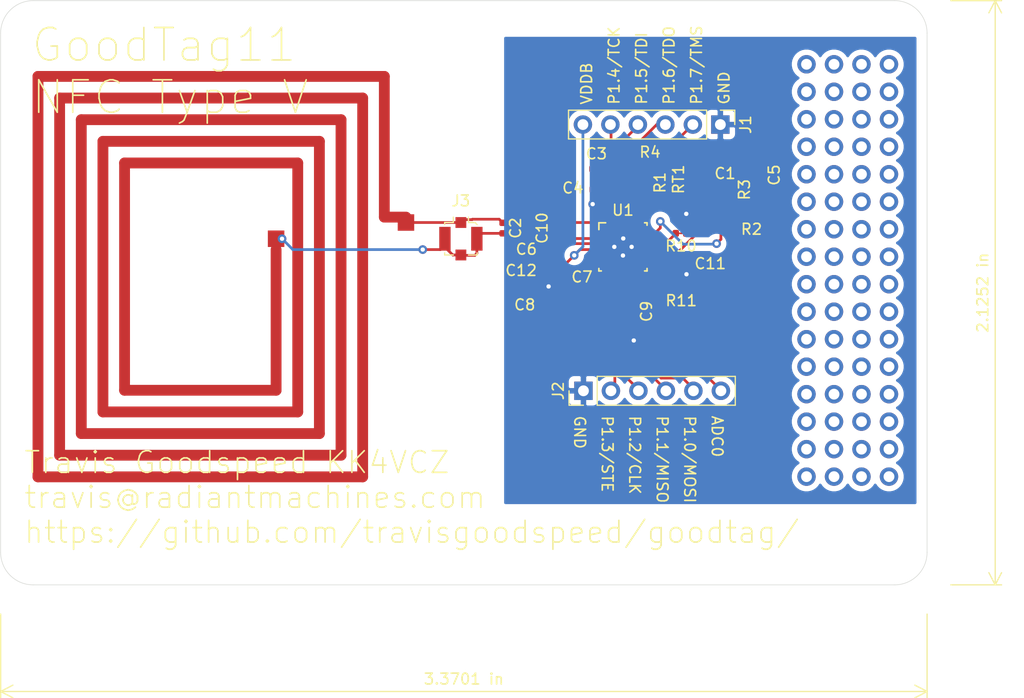
<source format=kicad_pcb>
(kicad_pcb (version 20171130) (host pcbnew 5.1.4+dfsg1-1)

  (general
    (thickness 1.6)
    (drawings 24)
    (tracks 177)
    (zones 0)
    (modules 32)
    (nets 28)
  )

  (page A4)
  (title_block
    (title GoodTag11)
    (rev 10)
    (company "Travis Goodspeed")
    (comment 1 "NfcV Emulator from the RF430FRL152H.")
  )

  (layers
    (0 F.Cu signal)
    (31 B.Cu signal)
    (32 B.Adhes user)
    (33 F.Adhes user)
    (34 B.Paste user)
    (35 F.Paste user)
    (36 B.SilkS user)
    (37 F.SilkS user)
    (38 B.Mask user)
    (39 F.Mask user)
    (40 Dwgs.User user hide)
    (41 Cmts.User user)
    (42 Eco1.User user)
    (43 Eco2.User user)
    (44 Edge.Cuts user)
    (45 Margin user)
    (46 B.CrtYd user)
    (47 F.CrtYd user)
    (48 B.Fab user)
    (49 F.Fab user hide)
  )

  (setup
    (last_trace_width 0.25)
    (trace_clearance 0.2)
    (zone_clearance 0.508)
    (zone_45_only no)
    (trace_min 0.2)
    (via_size 0.8)
    (via_drill 0.4)
    (via_min_size 0.4)
    (via_min_drill 0.3)
    (uvia_size 0.3)
    (uvia_drill 0.1)
    (uvias_allowed no)
    (uvia_min_size 0.2)
    (uvia_min_drill 0.1)
    (edge_width 0.05)
    (segment_width 0.2)
    (pcb_text_width 0.3)
    (pcb_text_size 1.5 1.5)
    (mod_edge_width 0.12)
    (mod_text_size 1 1)
    (mod_text_width 0.15)
    (pad_size 1.524 1.524)
    (pad_drill 0.762)
    (pad_to_mask_clearance 0.051)
    (solder_mask_min_width 0.25)
    (aux_axis_origin 0 0)
    (visible_elements FFFFFF7F)
    (pcbplotparams
      (layerselection 0x010fc_ffffffff)
      (usegerberextensions false)
      (usegerberattributes false)
      (usegerberadvancedattributes false)
      (creategerberjobfile false)
      (excludeedgelayer true)
      (linewidth 0.100000)
      (plotframeref false)
      (viasonmask false)
      (mode 1)
      (useauxorigin false)
      (hpglpennumber 1)
      (hpglpenspeed 20)
      (hpglpendiameter 15.000000)
      (psnegative false)
      (psa4output false)
      (plotreference true)
      (plotvalue true)
      (plotinvisibletext false)
      (padsonsilk false)
      (subtractmaskfromsilk false)
      (outputformat 1)
      (mirror false)
      (drillshape 0)
      (scaleselection 1)
      (outputdirectory "gerbers"))
  )

  (net 0 "")
  (net 1 "Net-(C1-Pad2)")
  (net 2 GND)
  (net 3 "Net-(C4-Pad1)")
  (net 4 "Net-(C6-Pad1)")
  (net 5 /SVSS)
  (net 6 "Net-(C8-Pad1)")
  (net 7 "Net-(C9-Pad1)")
  (net 8 /TDI)
  (net 9 /TDO)
  (net 10 /TMS)
  (net 11 /TCK)
  (net 12 "Net-(C10-Pad2)")
  (net 13 "Net-(C10-Pad1)")
  (net 14 "Net-(C3-Pad1)")
  (net 15 "Net-(C7-Pad2)")
  (net 16 "Net-(C7-Pad1)")
  (net 17 "Net-(R10-Pad2)")
  (net 18 "Net-(R11-Pad2)")
  (net 19 "Net-(C5-Pad2)")
  (net 20 /TMP_REF)
  (net 21 /TMP_THERM)
  (net 22 /ADC0)
  (net 23 /P1.0)
  (net 24 /P1.1)
  (net 25 /P1.2)
  (net 26 /P1.3)
  (net 27 /VDDB)

  (net_class Default "This is the default net class."
    (clearance 0.2)
    (trace_width 0.25)
    (via_dia 0.8)
    (via_drill 0.4)
    (uvia_dia 0.3)
    (uvia_drill 0.1)
    (add_net /ADC0)
    (add_net /P1.0)
    (add_net /P1.1)
    (add_net /P1.2)
    (add_net /P1.3)
    (add_net /SVSS)
    (add_net /TCK)
    (add_net /TDI)
    (add_net /TDO)
    (add_net /TMP_REF)
    (add_net /TMP_THERM)
    (add_net /TMS)
    (add_net /VDDB)
    (add_net GND)
    (add_net "Net-(C1-Pad2)")
    (add_net "Net-(C10-Pad1)")
    (add_net "Net-(C10-Pad2)")
    (add_net "Net-(C3-Pad1)")
    (add_net "Net-(C4-Pad1)")
    (add_net "Net-(C5-Pad2)")
    (add_net "Net-(C6-Pad1)")
    (add_net "Net-(C7-Pad1)")
    (add_net "Net-(C7-Pad2)")
    (add_net "Net-(C8-Pad1)")
    (add_net "Net-(C9-Pad1)")
    (add_net "Net-(R10-Pad2)")
    (add_net "Net-(R11-Pad2)")
  )

  (module footprints:R_0402_shorted (layer F.Cu) (tedit 5D865D8F) (tstamp 5D3E4C4E)
    (at 112.885 76.55 180)
    (descr "Resistor SMD 0402 (1005 Metric), square (rectangular) end terminal, IPC_7351 nominal, (Body size source: http://www.tortai-tech.com/upload/download/2011102023233369053.pdf), generated with kicad-footprint-generator")
    (tags resistor)
    (path /5D3E36AC)
    (attr smd)
    (fp_text reference R11 (at 0 -1.17) (layer F.SilkS)
      (effects (font (size 1 1) (thickness 0.15)))
    )
    (fp_text value DNP (at 0 1.17) (layer F.Fab)
      (effects (font (size 1 1) (thickness 0.15)))
    )
    (fp_line (start -0.3 0) (end 0.3 0) (layer F.Cu) (width 0.15))
    (fp_text user %R (at 0 0) (layer F.Fab)
      (effects (font (size 0.25 0.25) (thickness 0.04)))
    )
    (fp_line (start 0.93 0.47) (end -0.93 0.47) (layer F.CrtYd) (width 0.05))
    (fp_line (start 0.93 -0.47) (end 0.93 0.47) (layer F.CrtYd) (width 0.05))
    (fp_line (start -0.93 -0.47) (end 0.93 -0.47) (layer F.CrtYd) (width 0.05))
    (fp_line (start -0.93 0.47) (end -0.93 -0.47) (layer F.CrtYd) (width 0.05))
    (fp_line (start 0.5 0.25) (end -0.5 0.25) (layer F.Fab) (width 0.1))
    (fp_line (start 0.5 -0.25) (end 0.5 0.25) (layer F.Fab) (width 0.1))
    (fp_line (start -0.5 -0.25) (end 0.5 -0.25) (layer F.Fab) (width 0.1))
    (fp_line (start -0.5 0.25) (end -0.5 -0.25) (layer F.Fab) (width 0.1))
    (pad 2 smd roundrect (at 0.485 0 180) (size 0.59 0.64) (layers F.Cu F.Paste F.Mask) (roundrect_rratio 0.25)
      (net 18 "Net-(R11-Pad2)"))
    (pad 1 smd roundrect (at -0.485 0 180) (size 0.59 0.64) (layers F.Cu F.Paste F.Mask) (roundrect_rratio 0.25)
      (net 2 GND))
  )

  (module footprints:R_0402_shorted (layer F.Cu) (tedit 5D865D8F) (tstamp 5D3E4BA6)
    (at 112.865 71.5 180)
    (descr "Resistor SMD 0402 (1005 Metric), square (rectangular) end terminal, IPC_7351 nominal, (Body size source: http://www.tortai-tech.com/upload/download/2011102023233369053.pdf), generated with kicad-footprint-generator")
    (tags resistor)
    (path /5D3E1FF2)
    (attr smd)
    (fp_text reference R10 (at 0 -1.17) (layer F.SilkS)
      (effects (font (size 1 1) (thickness 0.15)))
    )
    (fp_text value DNP (at 0 1.17) (layer F.Fab)
      (effects (font (size 1 1) (thickness 0.15)))
    )
    (fp_line (start -0.3 0) (end 0.3 0) (layer F.Cu) (width 0.15))
    (fp_text user %R (at 0 0) (layer F.Fab)
      (effects (font (size 0.25 0.25) (thickness 0.04)))
    )
    (fp_line (start 0.93 0.47) (end -0.93 0.47) (layer F.CrtYd) (width 0.05))
    (fp_line (start 0.93 -0.47) (end 0.93 0.47) (layer F.CrtYd) (width 0.05))
    (fp_line (start -0.93 -0.47) (end 0.93 -0.47) (layer F.CrtYd) (width 0.05))
    (fp_line (start -0.93 0.47) (end -0.93 -0.47) (layer F.CrtYd) (width 0.05))
    (fp_line (start 0.5 0.25) (end -0.5 0.25) (layer F.Fab) (width 0.1))
    (fp_line (start 0.5 -0.25) (end 0.5 0.25) (layer F.Fab) (width 0.1))
    (fp_line (start -0.5 -0.25) (end 0.5 -0.25) (layer F.Fab) (width 0.1))
    (fp_line (start -0.5 0.25) (end -0.5 -0.25) (layer F.Fab) (width 0.1))
    (pad 2 smd roundrect (at 0.485 0 180) (size 0.59 0.64) (layers F.Cu F.Paste F.Mask) (roundrect_rratio 0.25)
      (net 17 "Net-(R10-Pad2)"))
    (pad 1 smd roundrect (at -0.485 0 180) (size 0.59 0.64) (layers F.Cu F.Paste F.Mask) (roundrect_rratio 0.25)
      (net 2 GND))
  )

  (module footprints:PinHeader_1x06_P2.54mm_Vertical (layer F.Cu) (tedit 5D7528E0) (tstamp 5D3F862D)
    (at 103.85 86.05 90)
    (descr "Through hole straight pin header, 1x06, 2.54mm pitch, single row")
    (tags "Through hole pin header THT 1x06 2.54mm single row")
    (path /5D401FD1)
    (fp_text reference J2 (at 0 -2.33 90) (layer F.SilkS)
      (effects (font (size 1 1) (thickness 0.15)))
    )
    (fp_text value GPIO (at 0 15.03 90) (layer F.Fab)
      (effects (font (size 1 1) (thickness 0.15)))
    )
    (fp_text user %R (at 0 6.35) (layer F.Fab)
      (effects (font (size 1 1) (thickness 0.15)))
    )
    (fp_line (start 1.8 -1.8) (end -1.8 -1.8) (layer F.CrtYd) (width 0.05))
    (fp_line (start 1.8 14.5) (end 1.8 -1.8) (layer F.CrtYd) (width 0.05))
    (fp_line (start -1.8 14.5) (end 1.8 14.5) (layer F.CrtYd) (width 0.05))
    (fp_line (start -1.8 -1.8) (end -1.8 14.5) (layer F.CrtYd) (width 0.05))
    (fp_line (start -1.33 -1.33) (end 0 -1.33) (layer F.SilkS) (width 0.12))
    (fp_line (start -1.33 0) (end -1.33 -1.33) (layer F.SilkS) (width 0.12))
    (fp_line (start -1.33 1.27) (end 1.33 1.27) (layer F.SilkS) (width 0.12))
    (fp_line (start 1.33 1.27) (end 1.33 14.03) (layer F.SilkS) (width 0.12))
    (fp_line (start -1.33 1.27) (end -1.33 14.03) (layer F.SilkS) (width 0.12))
    (fp_line (start -1.33 14.03) (end 1.33 14.03) (layer F.SilkS) (width 0.12))
    (fp_line (start -1.27 -0.635) (end -0.635 -1.27) (layer F.Fab) (width 0.1))
    (fp_line (start -1.27 13.97) (end -1.27 -0.635) (layer F.Fab) (width 0.1))
    (fp_line (start 1.27 13.97) (end -1.27 13.97) (layer F.Fab) (width 0.1))
    (fp_line (start 1.27 -1.27) (end 1.27 13.97) (layer F.Fab) (width 0.1))
    (fp_line (start -0.635 -1.27) (end 1.27 -1.27) (layer F.Fab) (width 0.1))
    (pad 6 thru_hole oval (at 0 12.7 90) (size 1.7 1.7) (drill 1) (layers *.Cu *.Mask)
      (net 22 /ADC0))
    (pad 5 thru_hole oval (at 0 10.16 90) (size 1.7 1.7) (drill 1) (layers *.Cu *.Mask)
      (net 23 /P1.0))
    (pad 4 thru_hole oval (at 0 7.62 90) (size 1.7 1.7) (drill 1) (layers *.Cu *.Mask)
      (net 24 /P1.1))
    (pad 3 thru_hole oval (at 0 5.08 90) (size 1.7 1.7) (drill 1) (layers *.Cu *.Mask)
      (net 25 /P1.2))
    (pad 2 thru_hole oval (at 0 2.54 90) (size 1.7 1.7) (drill 1) (layers *.Cu *.Mask)
      (net 26 /P1.3))
    (pad 1 thru_hole rect (at 0 0 90) (size 1.7 1.7) (drill 1) (layers *.Cu *.Mask)
      (net 2 GND))
  )

  (module footprints:PinHeader_1x06_P2.54mm_Vertical (layer F.Cu) (tedit 5D7528E0) (tstamp 5D420E8C)
    (at 116.5 61.45 270)
    (descr "Through hole straight pin header, 1x06, 2.54mm pitch, single row")
    (tags "Through hole pin header THT 1x06 2.54mm single row")
    (path /5D3ECD55)
    (fp_text reference J1 (at 0 -2.33 90) (layer F.SilkS)
      (effects (font (size 1 1) (thickness 0.15)))
    )
    (fp_text value JTAG (at 0 15.03 90) (layer F.Fab)
      (effects (font (size 1 1) (thickness 0.15)))
    )
    (fp_text user %R (at 0 6.35) (layer F.Fab)
      (effects (font (size 1 1) (thickness 0.15)))
    )
    (fp_line (start 1.8 -1.8) (end -1.8 -1.8) (layer F.CrtYd) (width 0.05))
    (fp_line (start 1.8 14.5) (end 1.8 -1.8) (layer F.CrtYd) (width 0.05))
    (fp_line (start -1.8 14.5) (end 1.8 14.5) (layer F.CrtYd) (width 0.05))
    (fp_line (start -1.8 -1.8) (end -1.8 14.5) (layer F.CrtYd) (width 0.05))
    (fp_line (start -1.33 -1.33) (end 0 -1.33) (layer F.SilkS) (width 0.12))
    (fp_line (start -1.33 0) (end -1.33 -1.33) (layer F.SilkS) (width 0.12))
    (fp_line (start -1.33 1.27) (end 1.33 1.27) (layer F.SilkS) (width 0.12))
    (fp_line (start 1.33 1.27) (end 1.33 14.03) (layer F.SilkS) (width 0.12))
    (fp_line (start -1.33 1.27) (end -1.33 14.03) (layer F.SilkS) (width 0.12))
    (fp_line (start -1.33 14.03) (end 1.33 14.03) (layer F.SilkS) (width 0.12))
    (fp_line (start -1.27 -0.635) (end -0.635 -1.27) (layer F.Fab) (width 0.1))
    (fp_line (start -1.27 13.97) (end -1.27 -0.635) (layer F.Fab) (width 0.1))
    (fp_line (start 1.27 13.97) (end -1.27 13.97) (layer F.Fab) (width 0.1))
    (fp_line (start 1.27 -1.27) (end 1.27 13.97) (layer F.Fab) (width 0.1))
    (fp_line (start -0.635 -1.27) (end 1.27 -1.27) (layer F.Fab) (width 0.1))
    (pad 6 thru_hole oval (at 0 12.7 270) (size 1.7 1.7) (drill 1) (layers *.Cu *.Mask)
      (net 27 /VDDB))
    (pad 5 thru_hole oval (at 0 10.16 270) (size 1.7 1.7) (drill 1) (layers *.Cu *.Mask)
      (net 11 /TCK))
    (pad 4 thru_hole oval (at 0 7.62 270) (size 1.7 1.7) (drill 1) (layers *.Cu *.Mask)
      (net 8 /TDI))
    (pad 3 thru_hole oval (at 0 5.08 270) (size 1.7 1.7) (drill 1) (layers *.Cu *.Mask)
      (net 9 /TDO))
    (pad 2 thru_hole oval (at 0 2.54 270) (size 1.7 1.7) (drill 1) (layers *.Cu *.Mask)
      (net 10 /TMS))
    (pad 1 thru_hole rect (at 0 0 270) (size 1.7 1.7) (drill 1) (layers *.Cu *.Mask)
      (net 2 GND))
  )

  (module footprints:proto1x8 (layer F.Cu) (tedit 5D7520DB) (tstamp 5D45C567)
    (at 132.08 66.04)
    (fp_text reference " " (at 5.08 -5.08) (layer F.SilkS) hide
      (effects (font (size 1 1) (thickness 0.15)))
    )
    (fp_text value " " (at 5.08 -5.08) (layer F.Fab)
      (effects (font (size 1 1) (thickness 0.15)))
    )
    (pad 8 thru_hole circle (at 0 -10.16) (size 1.7 1.7) (drill 1) (layers *.Cu *.Mask))
    (pad 7 thru_hole circle (at 0 -7.62) (size 1.7 1.7) (drill 1) (layers *.Cu *.Mask))
    (pad 6 thru_hole circle (at 0 -5.08) (size 1.7 1.7) (drill 1) (layers *.Cu *.Mask))
    (pad 5 thru_hole circle (at 0 -2.54) (size 1.7 1.7) (drill 1) (layers *.Cu *.Mask))
    (pad 4 thru_hole circle (at 0 0) (size 1.7 1.7) (drill 1) (layers *.Cu *.Mask))
    (pad 3 thru_hole circle (at 0 2.54) (size 1.7 1.7) (drill 1) (layers *.Cu *.Mask))
    (pad 2 thru_hole circle (at 0 5.08) (size 1.7 1.7) (drill 1) (layers *.Cu *.Mask))
    (pad 1 thru_hole circle (at 0 7.62) (size 1.7 1.7) (drill 1) (layers *.Cu *.Mask))
  )

  (module footprints:proto1x8 (layer F.Cu) (tedit 5D7520DB) (tstamp 5D45C551)
    (at 129.54 66.04)
    (fp_text reference " " (at 5.08 -5.08) (layer F.SilkS) hide
      (effects (font (size 1 1) (thickness 0.15)))
    )
    (fp_text value " " (at 5.08 -5.08) (layer F.Fab)
      (effects (font (size 1 1) (thickness 0.15)))
    )
    (pad 8 thru_hole circle (at 0 -10.16) (size 1.7 1.7) (drill 1) (layers *.Cu *.Mask))
    (pad 7 thru_hole circle (at 0 -7.62) (size 1.7 1.7) (drill 1) (layers *.Cu *.Mask))
    (pad 6 thru_hole circle (at 0 -5.08) (size 1.7 1.7) (drill 1) (layers *.Cu *.Mask))
    (pad 5 thru_hole circle (at 0 -2.54) (size 1.7 1.7) (drill 1) (layers *.Cu *.Mask))
    (pad 4 thru_hole circle (at 0 0) (size 1.7 1.7) (drill 1) (layers *.Cu *.Mask))
    (pad 3 thru_hole circle (at 0 2.54) (size 1.7 1.7) (drill 1) (layers *.Cu *.Mask))
    (pad 2 thru_hole circle (at 0 5.08) (size 1.7 1.7) (drill 1) (layers *.Cu *.Mask))
    (pad 1 thru_hole circle (at 0 7.62) (size 1.7 1.7) (drill 1) (layers *.Cu *.Mask))
  )

  (module footprints:proto1x8 (layer F.Cu) (tedit 5D7520DB) (tstamp 5D45C53B)
    (at 127 66.04)
    (fp_text reference " " (at 5.08 -5.08) (layer F.SilkS) hide
      (effects (font (size 1 1) (thickness 0.15)))
    )
    (fp_text value " " (at 5.08 -5.08) (layer F.Fab)
      (effects (font (size 1 1) (thickness 0.15)))
    )
    (pad 8 thru_hole circle (at 0 -10.16) (size 1.7 1.7) (drill 1) (layers *.Cu *.Mask))
    (pad 7 thru_hole circle (at 0 -7.62) (size 1.7 1.7) (drill 1) (layers *.Cu *.Mask))
    (pad 6 thru_hole circle (at 0 -5.08) (size 1.7 1.7) (drill 1) (layers *.Cu *.Mask))
    (pad 5 thru_hole circle (at 0 -2.54) (size 1.7 1.7) (drill 1) (layers *.Cu *.Mask))
    (pad 4 thru_hole circle (at 0 0) (size 1.7 1.7) (drill 1) (layers *.Cu *.Mask))
    (pad 3 thru_hole circle (at 0 2.54) (size 1.7 1.7) (drill 1) (layers *.Cu *.Mask))
    (pad 2 thru_hole circle (at 0 5.08) (size 1.7 1.7) (drill 1) (layers *.Cu *.Mask))
    (pad 1 thru_hole circle (at 0 7.62) (size 1.7 1.7) (drill 1) (layers *.Cu *.Mask))
  )

  (module footprints:proto1x8 (layer F.Cu) (tedit 5D7520DB) (tstamp 5D45C525)
    (at 124.46 66.04)
    (fp_text reference " " (at 5.08 -5.08) (layer F.SilkS) hide
      (effects (font (size 1 1) (thickness 0.15)))
    )
    (fp_text value " " (at 5.08 -5.08) (layer F.Fab)
      (effects (font (size 1 1) (thickness 0.15)))
    )
    (pad 8 thru_hole circle (at 0 -10.16) (size 1.7 1.7) (drill 1) (layers *.Cu *.Mask))
    (pad 7 thru_hole circle (at 0 -7.62) (size 1.7 1.7) (drill 1) (layers *.Cu *.Mask))
    (pad 6 thru_hole circle (at 0 -5.08) (size 1.7 1.7) (drill 1) (layers *.Cu *.Mask))
    (pad 5 thru_hole circle (at 0 -2.54) (size 1.7 1.7) (drill 1) (layers *.Cu *.Mask))
    (pad 4 thru_hole circle (at 0 0) (size 1.7 1.7) (drill 1) (layers *.Cu *.Mask))
    (pad 3 thru_hole circle (at 0 2.54) (size 1.7 1.7) (drill 1) (layers *.Cu *.Mask))
    (pad 2 thru_hole circle (at 0 5.08) (size 1.7 1.7) (drill 1) (layers *.Cu *.Mask))
    (pad 1 thru_hole circle (at 0 7.62) (size 1.7 1.7) (drill 1) (layers *.Cu *.Mask))
  )

  (module footprints:proto1x8 (layer F.Cu) (tedit 5D7520DB) (tstamp 5D45C4E3)
    (at 132.08 86.36)
    (fp_text reference " " (at 5.08 -5.08) (layer F.SilkS) hide
      (effects (font (size 1 1) (thickness 0.15)))
    )
    (fp_text value " " (at 5.08 -5.08) (layer F.Fab)
      (effects (font (size 1 1) (thickness 0.15)))
    )
    (pad 8 thru_hole circle (at 0 -10.16) (size 1.7 1.7) (drill 1) (layers *.Cu *.Mask))
    (pad 7 thru_hole circle (at 0 -7.62) (size 1.7 1.7) (drill 1) (layers *.Cu *.Mask))
    (pad 6 thru_hole circle (at 0 -5.08) (size 1.7 1.7) (drill 1) (layers *.Cu *.Mask))
    (pad 5 thru_hole circle (at 0 -2.54) (size 1.7 1.7) (drill 1) (layers *.Cu *.Mask))
    (pad 4 thru_hole circle (at 0 0) (size 1.7 1.7) (drill 1) (layers *.Cu *.Mask))
    (pad 3 thru_hole circle (at 0 2.54) (size 1.7 1.7) (drill 1) (layers *.Cu *.Mask))
    (pad 2 thru_hole circle (at 0 5.08) (size 1.7 1.7) (drill 1) (layers *.Cu *.Mask))
    (pad 1 thru_hole circle (at 0 7.62) (size 1.7 1.7) (drill 1) (layers *.Cu *.Mask))
  )

  (module footprints:proto1x8 (layer F.Cu) (tedit 5D7520DB) (tstamp 5D45C4CD)
    (at 129.54 86.36)
    (fp_text reference " " (at 5.08 -5.08) (layer F.SilkS) hide
      (effects (font (size 1 1) (thickness 0.15)))
    )
    (fp_text value " " (at 5.08 -5.08) (layer F.Fab)
      (effects (font (size 1 1) (thickness 0.15)))
    )
    (pad 8 thru_hole circle (at 0 -10.16) (size 1.7 1.7) (drill 1) (layers *.Cu *.Mask))
    (pad 7 thru_hole circle (at 0 -7.62) (size 1.7 1.7) (drill 1) (layers *.Cu *.Mask))
    (pad 6 thru_hole circle (at 0 -5.08) (size 1.7 1.7) (drill 1) (layers *.Cu *.Mask))
    (pad 5 thru_hole circle (at 0 -2.54) (size 1.7 1.7) (drill 1) (layers *.Cu *.Mask))
    (pad 4 thru_hole circle (at 0 0) (size 1.7 1.7) (drill 1) (layers *.Cu *.Mask))
    (pad 3 thru_hole circle (at 0 2.54) (size 1.7 1.7) (drill 1) (layers *.Cu *.Mask))
    (pad 2 thru_hole circle (at 0 5.08) (size 1.7 1.7) (drill 1) (layers *.Cu *.Mask))
    (pad 1 thru_hole circle (at 0 7.62) (size 1.7 1.7) (drill 1) (layers *.Cu *.Mask))
  )

  (module footprints:proto1x8 (layer F.Cu) (tedit 5D7520DB) (tstamp 5D45C4B7)
    (at 127 86.36)
    (fp_text reference " " (at 5.08 -5.08) (layer F.SilkS) hide
      (effects (font (size 1 1) (thickness 0.15)))
    )
    (fp_text value " " (at 5.08 -5.08) (layer F.Fab)
      (effects (font (size 1 1) (thickness 0.15)))
    )
    (pad 8 thru_hole circle (at 0 -10.16) (size 1.7 1.7) (drill 1) (layers *.Cu *.Mask))
    (pad 7 thru_hole circle (at 0 -7.62) (size 1.7 1.7) (drill 1) (layers *.Cu *.Mask))
    (pad 6 thru_hole circle (at 0 -5.08) (size 1.7 1.7) (drill 1) (layers *.Cu *.Mask))
    (pad 5 thru_hole circle (at 0 -2.54) (size 1.7 1.7) (drill 1) (layers *.Cu *.Mask))
    (pad 4 thru_hole circle (at 0 0) (size 1.7 1.7) (drill 1) (layers *.Cu *.Mask))
    (pad 3 thru_hole circle (at 0 2.54) (size 1.7 1.7) (drill 1) (layers *.Cu *.Mask))
    (pad 2 thru_hole circle (at 0 5.08) (size 1.7 1.7) (drill 1) (layers *.Cu *.Mask))
    (pad 1 thru_hole circle (at 0 7.62) (size 1.7 1.7) (drill 1) (layers *.Cu *.Mask))
  )

  (module footprints:proto1x8 (layer F.Cu) (tedit 5D7520DB) (tstamp 5D45C4A1)
    (at 124.46 86.36)
    (fp_text reference " " (at 5.08 -5.08) (layer F.SilkS) hide
      (effects (font (size 1 1) (thickness 0.15)))
    )
    (fp_text value " " (at 5.08 -5.08) (layer F.Fab)
      (effects (font (size 1 1) (thickness 0.15)))
    )
    (pad 8 thru_hole circle (at 0 -10.16) (size 1.7 1.7) (drill 1) (layers *.Cu *.Mask))
    (pad 7 thru_hole circle (at 0 -7.62) (size 1.7 1.7) (drill 1) (layers *.Cu *.Mask))
    (pad 6 thru_hole circle (at 0 -5.08) (size 1.7 1.7) (drill 1) (layers *.Cu *.Mask))
    (pad 5 thru_hole circle (at 0 -2.54) (size 1.7 1.7) (drill 1) (layers *.Cu *.Mask))
    (pad 4 thru_hole circle (at 0 0) (size 1.7 1.7) (drill 1) (layers *.Cu *.Mask))
    (pad 3 thru_hole circle (at 0 2.54) (size 1.7 1.7) (drill 1) (layers *.Cu *.Mask))
    (pad 2 thru_hole circle (at 0 5.08) (size 1.7 1.7) (drill 1) (layers *.Cu *.Mask))
    (pad 1 thru_hole circle (at 0 7.62) (size 1.7 1.7) (drill 1) (layers *.Cu *.Mask))
  )

  (module footprints:GW10ANT (layer F.Cu) (tedit 5D45D49A) (tstamp 5D422CED)
    (at 52.45 96)
    (path /5D309709)
    (fp_text reference L1 (at 32.11 -37.75) (layer F.SilkS) hide
      (effects (font (size 1 1) (thickness 0.15)))
    )
    (fp_text value Antenna (at 31.45 -39.61) (layer F.Fab)
      (effects (font (size 1 1) (thickness 0.15)))
    )
    (fp_line (start 23 -10) (end 23 -23) (layer F.Cu) (width 1))
    (fp_line (start 9 -10) (end 23 -10) (layer F.Cu) (width 1))
    (fp_line (start 9 -31) (end 9 -10) (layer F.Cu) (width 1))
    (fp_line (start 25 -31) (end 9 -31) (layer F.Cu) (width 1))
    (fp_line (start 25 -8) (end 25 -31) (layer F.Cu) (width 1))
    (fp_line (start 7 -8) (end 25 -8) (layer F.Cu) (width 1))
    (fp_line (start 7 -33) (end 7 -8) (layer F.Cu) (width 1))
    (fp_line (start 27 -33) (end 7 -33) (layer F.Cu) (width 1))
    (fp_line (start 27 -6) (end 27 -33) (layer F.Cu) (width 1))
    (fp_line (start 5 -6) (end 27 -6) (layer F.Cu) (width 1))
    (fp_line (start 5 -35) (end 5 -6) (layer F.Cu) (width 1))
    (fp_line (start 29 -35) (end 5 -35) (layer F.Cu) (width 1))
    (fp_line (start 29 -4) (end 29 -35) (layer F.Cu) (width 1))
    (fp_line (start 3 -4) (end 29 -4) (layer F.Cu) (width 1))
    (fp_line (start 3 -37) (end 3 -4) (layer F.Cu) (width 1))
    (fp_line (start 31 -37) (end 3 -37) (layer F.Cu) (width 1))
    (fp_line (start 31 -2) (end 31 -37) (layer F.Cu) (width 1))
    (fp_line (start 1 -2) (end 31 -2) (layer F.Cu) (width 1))
    (fp_line (start 1 -39) (end 1 -2) (layer F.Cu) (width 1))
    (fp_line (start 33 -39) (end 1 -39) (layer F.Cu) (width 1))
    (fp_line (start 33 -26) (end 33 -39) (layer F.Cu) (width 1))
    (fp_line (start 35 -26) (end 33 -26) (layer F.Cu) (width 1))
    (pad 2 smd rect (at 23 -24) (size 1.524 1.524) (layers F.Cu)
      (net 12 "Net-(C10-Pad2)"))
    (pad 1 smd rect (at 35 -25.5) (size 1.524 1.524) (layers F.Cu)
      (net 13 "Net-(C10-Pad1)"))
  )

  (module footprints:RF430FRL152H (layer F.Cu) (tedit 5D7988A5) (tstamp 5D3E4E38)
    (at 107.5 72.75)
    (path /5D2E3E17)
    (fp_text reference U1 (at 0 -3.39) (layer F.SilkS)
      (effects (font (size 1 1) (thickness 0.15)))
    )
    (fp_text value RF430FRL152 (at 0.66 3.68) (layer F.SilkS) hide
      (effects (font (size 1 1) (thickness 0.15)))
    )
    (fp_line (start -2.075 2.075) (end 2.075 2.075) (layer Dwgs.User) (width 0.1524))
    (fp_line (start -2.075 -2.075) (end 2.075 -2.075) (layer Dwgs.User) (width 0.1524))
    (fp_line (start 2.075 2.075) (end 2.075 -2.075) (layer Dwgs.User) (width 0.1524))
    (fp_line (start -2.075 2.075) (end -2.075 -2.075) (layer Dwgs.User) (width 0.1524))
    (fp_line (start -2.224999 2.224999) (end -2.000001 2.224999) (layer F.SilkS) (width 0.1524))
    (fp_line (start -2.224999 2.224999) (end -2.224999 2.000001) (layer F.SilkS) (width 0.1524))
    (fp_line (start 2.224999 2.224999) (end 2.224999 2.000001) (layer F.SilkS) (width 0.1524))
    (fp_line (start 2.000001 2.224999) (end 2.224999 2.224999) (layer F.SilkS) (width 0.1524))
    (fp_line (start 2.000001 -2.224999) (end 2.224999 -2.224999) (layer F.SilkS) (width 0.1524))
    (fp_line (start 2.224999 -2.000001) (end 2.224999 -2.224999) (layer F.SilkS) (width 0.1524))
    (fp_line (start -2.224999 -1.599999) (end -2.224999 -2.224999) (layer F.SilkS) (width 0.1524))
    (fp_line (start -2.224999 -2.224999) (end -1.599999 -2.224999) (layer F.SilkS) (width 0.1524))
    (fp_circle (center -1.72 -1.74) (end -1.52 -1.74) (layer Dwgs.User) (width 0.1524))
    (pad 1 smd oval (at -1.899999 -1.25 90) (size 0.24 0.599999) (layers F.Cu F.Paste F.Mask)
      (net 13 "Net-(C10-Pad1)"))
    (pad 2 smd oval (at -1.899999 -0.750001 90) (size 0.24 0.599999) (layers F.Cu F.Paste F.Mask)
      (net 12 "Net-(C10-Pad2)"))
    (pad 3 smd oval (at -1.899999 -0.25 90) (size 0.24 0.599999) (layers F.Cu F.Paste F.Mask)
      (net 4 "Net-(C6-Pad1)"))
    (pad 4 smd oval (at -1.899999 0.25 90) (size 0.24 0.599999) (layers F.Cu F.Paste F.Mask)
      (net 27 /VDDB))
    (pad 5 smd oval (at -1.899999 0.750001 90) (size 0.24 0.599999) (layers F.Cu F.Paste F.Mask)
      (net 16 "Net-(C7-Pad1)"))
    (pad 6 smd oval (at -1.899999 1.25 90) (size 0.24 0.599999) (layers F.Cu F.Paste F.Mask)
      (net 15 "Net-(C7-Pad2)"))
    (pad 7 smd oval (at -1.25 1.899999) (size 0.24 0.599999) (layers F.Cu F.Paste F.Mask)
      (net 6 "Net-(C8-Pad1)"))
    (pad 8 smd oval (at -0.750001 1.899999) (size 0.24 0.599999) (layers F.Cu F.Paste F.Mask)
      (net 26 /P1.3))
    (pad 9 smd oval (at -0.25 1.899999) (size 0.24 0.599999) (layers F.Cu F.Paste F.Mask)
      (net 25 /P1.2))
    (pad 10 smd oval (at 0.25 1.899999) (size 0.24 0.599999) (layers F.Cu F.Paste F.Mask)
      (net 7 "Net-(C9-Pad1)"))
    (pad 11 smd oval (at 0.750001 1.899999) (size 0.24 0.599999) (layers F.Cu F.Paste F.Mask)
      (net 24 /P1.1))
    (pad 12 smd oval (at 1.25 1.899999) (size 0.24 0.599999) (layers F.Cu F.Paste F.Mask)
      (net 23 /P1.0))
    (pad 13 smd oval (at 1.899999 1.25 90) (size 0.24 0.599999) (layers F.Cu F.Paste F.Mask)
      (net 22 /ADC0))
    (pad 14 smd oval (at 1.899999 0.750001 90) (size 0.24 0.599999) (layers F.Cu F.Paste F.Mask)
      (net 18 "Net-(R11-Pad2)"))
    (pad 15 smd oval (at 1.899999 0.25 90) (size 0.24 0.599999) (layers F.Cu F.Paste F.Mask)
      (net 5 /SVSS))
    (pad 16 smd oval (at 1.899999 -0.25 90) (size 0.24 0.599999) (layers F.Cu F.Paste F.Mask)
      (net 17 "Net-(R10-Pad2)"))
    (pad 17 smd oval (at 1.899999 -0.750001 90) (size 0.24 0.599999) (layers F.Cu F.Paste F.Mask)
      (net 20 /TMP_REF))
    (pad 18 smd oval (at 1.899999 -1.25 90) (size 0.24 0.599999) (layers F.Cu F.Paste F.Mask)
      (net 21 /TMP_THERM))
    (pad 19 smd oval (at 1.25 -1.899999) (size 0.24 0.599999) (layers F.Cu F.Paste F.Mask)
      (net 10 /TMS))
    (pad 20 smd oval (at 0.750001 -1.899999) (size 0.24 0.599999) (layers F.Cu F.Paste F.Mask)
      (net 9 /TDO))
    (pad 21 smd oval (at 0.25 -1.899999) (size 0.24 0.599999) (layers F.Cu F.Paste F.Mask)
      (net 8 /TDI))
    (pad 22 smd oval (at -0.25 -1.899999) (size 0.24 0.599999) (layers F.Cu F.Paste F.Mask)
      (net 11 /TCK))
    (pad 23 smd oval (at -0.750001 -1.899999) (size 0.24 0.599999) (layers F.Cu F.Paste F.Mask)
      (net 14 "Net-(C3-Pad1)"))
    (pad 24 smd oval (at -1.25 -1.899999) (size 0.24 0.599999) (layers F.Cu F.Paste F.Mask)
      (net 3 "Net-(C4-Pad1)"))
    (pad 25 smd rect (at 0 0) (size 2.100001 2.100001) (layers F.Cu F.Paste F.Mask)
      (net 2 GND))
    (pad 25 smd rect (at 0 0) (size 0.0254 0.0254) (layers F.Paste)
      (net 2 GND))
    (model "$(KISYS3DMOD)/Package_DFN_QFN.3dshapes/QFN-24_4x4mm_P0.5mm.step"
      (at (xyz 0 0 0))
      (scale (xyz 1 1 1))
      (rotate (xyz 0 0 0))
    )
  )

  (module Connector_Coaxial:U.FL_Molex_MCRF_73412-0110_Vertical (layer F.Cu) (tedit 5A1B5B59) (tstamp 5D40EF64)
    (at 92.525 72 180)
    (descr "Molex Microcoaxial RF Connectors (MCRF), mates Hirose U.FL, (http://www.molex.com/pdm_docs/sd/734120110_sd.pdf)")
    (tags "mcrf hirose ufl u.fl microcoaxial")
    (path /5D4B6382)
    (attr smd)
    (fp_text reference J3 (at 0 3.5) (layer F.SilkS)
      (effects (font (size 1 1) (thickness 0.15)))
    )
    (fp_text value U.FL (at 0 -3.302) (layer F.Fab)
      (effects (font (size 1 1) (thickness 0.15)))
    )
    (fp_circle (center 0 0) (end 0 0.2) (layer F.Fab) (width 0.1))
    (fp_line (start -1 1.3) (end 1.3 1.3) (layer F.Fab) (width 0.1))
    (fp_line (start 2.5 -2.5) (end -2.5 -2.5) (layer F.CrtYd) (width 0.05))
    (fp_line (start 2.5 2.5) (end 2.5 -2.5) (layer F.CrtYd) (width 0.05))
    (fp_line (start -2.5 2.5) (end 2.5 2.5) (layer F.CrtYd) (width 0.05))
    (fp_line (start -2.5 -2.5) (end -2.5 2.5) (layer F.CrtYd) (width 0.05))
    (fp_line (start 1.3 -1.3) (end 1.3 1.3) (layer F.Fab) (width 0.1))
    (fp_line (start -1.3 1) (end -1 1.3) (layer F.Fab) (width 0.1))
    (fp_line (start -1.3 -1.3) (end -1.3 1) (layer F.Fab) (width 0.1))
    (fp_line (start -1.3 -1.3) (end 1.3 -1.3) (layer F.Fab) (width 0.1))
    (fp_circle (center 0 0) (end 0.9 0) (layer F.Fab) (width 0.1))
    (fp_line (start -1.5 -1.5) (end -0.7 -1.5) (layer F.SilkS) (width 0.12))
    (fp_line (start -1.5 -1.3) (end -1.5 -1.5) (layer F.SilkS) (width 0.12))
    (fp_line (start 1.5 -1.5) (end 1.5 -1.3) (layer F.SilkS) (width 0.12))
    (fp_line (start 0.7 -1.5) (end 1.5 -1.5) (layer F.SilkS) (width 0.12))
    (fp_line (start 1.5 1.5) (end 0.7 1.5) (layer F.SilkS) (width 0.12))
    (fp_line (start 1.5 1.3) (end 1.5 1.5) (layer F.SilkS) (width 0.12))
    (fp_line (start -1.3 1.5) (end -1.5 1.3) (layer F.SilkS) (width 0.12))
    (fp_line (start -0.7 1.5) (end -1.3 1.5) (layer F.SilkS) (width 0.12))
    (fp_circle (center 0 0) (end 0 0.125) (layer F.Fab) (width 0.1))
    (fp_circle (center 0 0) (end 0 0.05) (layer F.Fab) (width 0.1))
    (fp_text user %R (at 0 3.5) (layer F.Fab)
      (effects (font (size 1 1) (thickness 0.15)))
    )
    (fp_line (start -0.7 1.5) (end -0.7 2) (layer F.SilkS) (width 0.12))
    (fp_line (start 0.7 1.5) (end 0.7 2) (layer F.SilkS) (width 0.12))
    (fp_line (start -0.3 1.3) (end 0 1) (layer F.Fab) (width 0.1))
    (fp_line (start 0 1) (end 0.3 1.3) (layer F.Fab) (width 0.1))
    (pad 1 smd rect (at 0 1.5 180) (size 1 1) (layers F.Cu F.Paste F.Mask)
      (net 13 "Net-(C10-Pad1)"))
    (pad 2 smd rect (at 0 -1.5 180) (size 1 1) (layers F.Cu F.Paste F.Mask)
      (net 12 "Net-(C10-Pad2)"))
    (pad 2 smd rect (at 1.475 0 180) (size 1.05 2.2) (layers F.Cu F.Paste F.Mask)
      (net 12 "Net-(C10-Pad2)"))
    (pad 2 smd rect (at -1.475 0 180) (size 1.05 2.2) (layers F.Cu F.Paste F.Mask)
      (net 12 "Net-(C10-Pad2)"))
    (model ${KISYS3DMOD}/Connector_Coaxial.3dshapes/U.FL_Molex_MCRF_73412-0110_Vertical.wrl
      (at (xyz 0 0 0))
      (scale (xyz 1 1 1))
      (rotate (xyz 0 0 0))
    )
  )

  (module Capacitor_SMD:C_0402_1005Metric (layer F.Cu) (tedit 5B301BBE) (tstamp 5D3E622C)
    (at 116.935 64.8 180)
    (descr "Capacitor SMD 0402 (1005 Metric), square (rectangular) end terminal, IPC_7351 nominal, (Body size source: http://www.tortai-tech.com/upload/download/2011102023233369053.pdf), generated with kicad-footprint-generator")
    (tags capacitor)
    (path /5D4444B6)
    (attr smd)
    (fp_text reference C1 (at 0 -1.17) (layer F.SilkS)
      (effects (font (size 1 1) (thickness 0.15)))
    )
    (fp_text value 22pF (at 0 1.17) (layer F.Fab)
      (effects (font (size 1 1) (thickness 0.15)))
    )
    (fp_text user %R (at 0 0) (layer F.Fab)
      (effects (font (size 0.25 0.25) (thickness 0.04)))
    )
    (fp_line (start 0.93 0.47) (end -0.93 0.47) (layer F.CrtYd) (width 0.05))
    (fp_line (start 0.93 -0.47) (end 0.93 0.47) (layer F.CrtYd) (width 0.05))
    (fp_line (start -0.93 -0.47) (end 0.93 -0.47) (layer F.CrtYd) (width 0.05))
    (fp_line (start -0.93 0.47) (end -0.93 -0.47) (layer F.CrtYd) (width 0.05))
    (fp_line (start 0.5 0.25) (end -0.5 0.25) (layer F.Fab) (width 0.1))
    (fp_line (start 0.5 -0.25) (end 0.5 0.25) (layer F.Fab) (width 0.1))
    (fp_line (start -0.5 -0.25) (end 0.5 -0.25) (layer F.Fab) (width 0.1))
    (fp_line (start -0.5 0.25) (end -0.5 -0.25) (layer F.Fab) (width 0.1))
    (pad 2 smd roundrect (at 0.485 0 180) (size 0.59 0.64) (layers F.Cu F.Paste F.Mask) (roundrect_rratio 0.25)
      (net 1 "Net-(C1-Pad2)"))
    (pad 1 smd roundrect (at -0.485 0 180) (size 0.59 0.64) (layers F.Cu F.Paste F.Mask) (roundrect_rratio 0.25)
      (net 2 GND))
    (model ${KISYS3DMOD}/Capacitor_SMD.3dshapes/C_0402_1005Metric.wrl
      (at (xyz 0 0 0))
      (scale (xyz 1 1 1))
      (rotate (xyz 0 0 0))
    )
  )

  (module Resistor_SMD:R_0402_1005Metric (layer F.Cu) (tedit 5B301BBD) (tstamp 5D4216E1)
    (at 113.8 66.515 90)
    (descr "Resistor SMD 0402 (1005 Metric), square (rectangular) end terminal, IPC_7351 nominal, (Body size source: http://www.tortai-tech.com/upload/download/2011102023233369053.pdf), generated with kicad-footprint-generator")
    (tags resistor)
    (path /5D442B72)
    (attr smd)
    (fp_text reference RT1 (at 0 -1.17 90) (layer F.SilkS)
      (effects (font (size 1 1) (thickness 0.15)))
    )
    (fp_text value 100K (at 0 1.17 270) (layer F.Fab)
      (effects (font (size 1 1) (thickness 0.15)))
    )
    (fp_text user %R (at 0 0 270) (layer F.Fab)
      (effects (font (size 0.25 0.25) (thickness 0.04)))
    )
    (fp_line (start 0.93 0.47) (end -0.93 0.47) (layer F.CrtYd) (width 0.05))
    (fp_line (start 0.93 -0.47) (end 0.93 0.47) (layer F.CrtYd) (width 0.05))
    (fp_line (start -0.93 -0.47) (end 0.93 -0.47) (layer F.CrtYd) (width 0.05))
    (fp_line (start -0.93 0.47) (end -0.93 -0.47) (layer F.CrtYd) (width 0.05))
    (fp_line (start 0.5 0.25) (end -0.5 0.25) (layer F.Fab) (width 0.1))
    (fp_line (start 0.5 -0.25) (end 0.5 0.25) (layer F.Fab) (width 0.1))
    (fp_line (start -0.5 -0.25) (end 0.5 -0.25) (layer F.Fab) (width 0.1))
    (fp_line (start -0.5 0.25) (end -0.5 -0.25) (layer F.Fab) (width 0.1))
    (pad 2 smd roundrect (at 0.485 0 90) (size 0.59 0.64) (layers F.Cu F.Paste F.Mask) (roundrect_rratio 0.25)
      (net 1 "Net-(C1-Pad2)"))
    (pad 1 smd roundrect (at -0.485 0 90) (size 0.59 0.64) (layers F.Cu F.Paste F.Mask) (roundrect_rratio 0.25)
      (net 5 /SVSS))
    (model ${KISYS3DMOD}/Resistor_SMD.3dshapes/R_0402_1005Metric.wrl
      (at (xyz 0 0 0))
      (scale (xyz 1 1 1))
      (rotate (xyz 0 0 0))
    )
  )

  (module Resistor_SMD:R_0402_1005Metric (layer F.Cu) (tedit 5B301BBD) (tstamp 5D3E4FF0)
    (at 117.55 67.465 270)
    (descr "Resistor SMD 0402 (1005 Metric), square (rectangular) end terminal, IPC_7351 nominal, (Body size source: http://www.tortai-tech.com/upload/download/2011102023233369053.pdf), generated with kicad-footprint-generator")
    (tags resistor)
    (path /5D433FC5)
    (attr smd)
    (fp_text reference R3 (at 0 -1.17 90) (layer F.SilkS)
      (effects (font (size 1 1) (thickness 0.15)))
    )
    (fp_text value 100K (at 0 1.17 90) (layer F.Fab)
      (effects (font (size 1 1) (thickness 0.15)))
    )
    (fp_text user %R (at 0 0 90) (layer F.Fab)
      (effects (font (size 0.25 0.25) (thickness 0.04)))
    )
    (fp_line (start 0.93 0.47) (end -0.93 0.47) (layer F.CrtYd) (width 0.05))
    (fp_line (start 0.93 -0.47) (end 0.93 0.47) (layer F.CrtYd) (width 0.05))
    (fp_line (start -0.93 -0.47) (end 0.93 -0.47) (layer F.CrtYd) (width 0.05))
    (fp_line (start -0.93 0.47) (end -0.93 -0.47) (layer F.CrtYd) (width 0.05))
    (fp_line (start 0.5 0.25) (end -0.5 0.25) (layer F.Fab) (width 0.1))
    (fp_line (start 0.5 -0.25) (end 0.5 0.25) (layer F.Fab) (width 0.1))
    (fp_line (start -0.5 -0.25) (end 0.5 -0.25) (layer F.Fab) (width 0.1))
    (fp_line (start -0.5 0.25) (end -0.5 -0.25) (layer F.Fab) (width 0.1))
    (pad 2 smd roundrect (at 0.485 0 270) (size 0.59 0.64) (layers F.Cu F.Paste F.Mask) (roundrect_rratio 0.25)
      (net 19 "Net-(C5-Pad2)"))
    (pad 1 smd roundrect (at -0.485 0 270) (size 0.59 0.64) (layers F.Cu F.Paste F.Mask) (roundrect_rratio 0.25)
      (net 5 /SVSS))
    (model ${KISYS3DMOD}/Resistor_SMD.3dshapes/R_0402_1005Metric.wrl
      (at (xyz 0 0 0))
      (scale (xyz 1 1 1))
      (rotate (xyz 0 0 0))
    )
  )

  (module Resistor_SMD:R_0402_1005Metric (layer F.Cu) (tedit 5B301BBD) (tstamp 5D421127)
    (at 117.115 71.1 180)
    (descr "Resistor SMD 0402 (1005 Metric), square (rectangular) end terminal, IPC_7351 nominal, (Body size source: http://www.tortai-tech.com/upload/download/2011102023233369053.pdf), generated with kicad-footprint-generator")
    (tags resistor)
    (path /5D4249B7)
    (attr smd)
    (fp_text reference R2 (at -2.265 -0.02) (layer F.SilkS)
      (effects (font (size 1 1) (thickness 0.15)))
    )
    (fp_text value 1K (at 0 1.17) (layer F.Fab)
      (effects (font (size 1 1) (thickness 0.15)))
    )
    (fp_text user %R (at 0 0) (layer F.Fab)
      (effects (font (size 0.25 0.25) (thickness 0.04)))
    )
    (fp_line (start 0.93 0.47) (end -0.93 0.47) (layer F.CrtYd) (width 0.05))
    (fp_line (start 0.93 -0.47) (end 0.93 0.47) (layer F.CrtYd) (width 0.05))
    (fp_line (start -0.93 -0.47) (end 0.93 -0.47) (layer F.CrtYd) (width 0.05))
    (fp_line (start -0.93 0.47) (end -0.93 -0.47) (layer F.CrtYd) (width 0.05))
    (fp_line (start 0.5 0.25) (end -0.5 0.25) (layer F.Fab) (width 0.1))
    (fp_line (start 0.5 -0.25) (end 0.5 0.25) (layer F.Fab) (width 0.1))
    (fp_line (start -0.5 -0.25) (end 0.5 -0.25) (layer F.Fab) (width 0.1))
    (fp_line (start -0.5 0.25) (end -0.5 -0.25) (layer F.Fab) (width 0.1))
    (pad 2 smd roundrect (at 0.485 0 180) (size 0.59 0.64) (layers F.Cu F.Paste F.Mask) (roundrect_rratio 0.25)
      (net 20 /TMP_REF))
    (pad 1 smd roundrect (at -0.485 0 180) (size 0.59 0.64) (layers F.Cu F.Paste F.Mask) (roundrect_rratio 0.25)
      (net 19 "Net-(C5-Pad2)"))
    (model ${KISYS3DMOD}/Resistor_SMD.3dshapes/R_0402_1005Metric.wrl
      (at (xyz 0 0 0))
      (scale (xyz 1 1 1))
      (rotate (xyz 0 0 0))
    )
  )

  (module Resistor_SMD:R_0402_1005Metric (layer F.Cu) (tedit 5B301BBD) (tstamp 5D3E4D86)
    (at 109.75 66.815 270)
    (descr "Resistor SMD 0402 (1005 Metric), square (rectangular) end terminal, IPC_7351 nominal, (Body size source: http://www.tortai-tech.com/upload/download/2011102023233369053.pdf), generated with kicad-footprint-generator")
    (tags resistor)
    (path /5D4427FA)
    (attr smd)
    (fp_text reference R1 (at 0 -1.17 90) (layer F.SilkS)
      (effects (font (size 1 1) (thickness 0.15)))
    )
    (fp_text value 1K (at 0 1.17 90) (layer F.Fab)
      (effects (font (size 1 1) (thickness 0.15)))
    )
    (fp_text user %R (at 0 0 90) (layer F.Fab)
      (effects (font (size 0.25 0.25) (thickness 0.04)))
    )
    (fp_line (start 0.93 0.47) (end -0.93 0.47) (layer F.CrtYd) (width 0.05))
    (fp_line (start 0.93 -0.47) (end 0.93 0.47) (layer F.CrtYd) (width 0.05))
    (fp_line (start -0.93 -0.47) (end 0.93 -0.47) (layer F.CrtYd) (width 0.05))
    (fp_line (start -0.93 0.47) (end -0.93 -0.47) (layer F.CrtYd) (width 0.05))
    (fp_line (start 0.5 0.25) (end -0.5 0.25) (layer F.Fab) (width 0.1))
    (fp_line (start 0.5 -0.25) (end 0.5 0.25) (layer F.Fab) (width 0.1))
    (fp_line (start -0.5 -0.25) (end 0.5 -0.25) (layer F.Fab) (width 0.1))
    (fp_line (start -0.5 0.25) (end -0.5 -0.25) (layer F.Fab) (width 0.1))
    (pad 2 smd roundrect (at 0.485 0 270) (size 0.59 0.64) (layers F.Cu F.Paste F.Mask) (roundrect_rratio 0.25)
      (net 21 /TMP_THERM))
    (pad 1 smd roundrect (at -0.485 0 270) (size 0.59 0.64) (layers F.Cu F.Paste F.Mask) (roundrect_rratio 0.25)
      (net 1 "Net-(C1-Pad2)"))
    (model ${KISYS3DMOD}/Resistor_SMD.3dshapes/R_0402_1005Metric.wrl
      (at (xyz 0 0 0))
      (scale (xyz 1 1 1))
      (rotate (xyz 0 0 0))
    )
  )

  (module Capacitor_SMD:C_0402_1005Metric (layer F.Cu) (tedit 5B301BBE) (tstamp 5D3E4F1E)
    (at 120.3 66.115 270)
    (descr "Capacitor SMD 0402 (1005 Metric), square (rectangular) end terminal, IPC_7351 nominal, (Body size source: http://www.tortai-tech.com/upload/download/2011102023233369053.pdf), generated with kicad-footprint-generator")
    (tags capacitor)
    (path /5D433203)
    (attr smd)
    (fp_text reference C5 (at 0 -1.17 90) (layer F.SilkS)
      (effects (font (size 1 1) (thickness 0.15)))
    )
    (fp_text value 22pF (at 0 1.17 90) (layer F.Fab)
      (effects (font (size 1 1) (thickness 0.15)))
    )
    (fp_text user %R (at 0 0 90) (layer F.Fab)
      (effects (font (size 0.25 0.25) (thickness 0.04)))
    )
    (fp_line (start 0.93 0.47) (end -0.93 0.47) (layer F.CrtYd) (width 0.05))
    (fp_line (start 0.93 -0.47) (end 0.93 0.47) (layer F.CrtYd) (width 0.05))
    (fp_line (start -0.93 -0.47) (end 0.93 -0.47) (layer F.CrtYd) (width 0.05))
    (fp_line (start -0.93 0.47) (end -0.93 -0.47) (layer F.CrtYd) (width 0.05))
    (fp_line (start 0.5 0.25) (end -0.5 0.25) (layer F.Fab) (width 0.1))
    (fp_line (start 0.5 -0.25) (end 0.5 0.25) (layer F.Fab) (width 0.1))
    (fp_line (start -0.5 -0.25) (end 0.5 -0.25) (layer F.Fab) (width 0.1))
    (fp_line (start -0.5 0.25) (end -0.5 -0.25) (layer F.Fab) (width 0.1))
    (pad 2 smd roundrect (at 0.485 0 270) (size 0.59 0.64) (layers F.Cu F.Paste F.Mask) (roundrect_rratio 0.25)
      (net 19 "Net-(C5-Pad2)"))
    (pad 1 smd roundrect (at -0.485 0 270) (size 0.59 0.64) (layers F.Cu F.Paste F.Mask) (roundrect_rratio 0.25)
      (net 2 GND))
    (model ${KISYS3DMOD}/Capacitor_SMD.3dshapes/C_0402_1005Metric.wrl
      (at (xyz 0 0 0))
      (scale (xyz 1 1 1))
      (rotate (xyz 0 0 0))
    )
  )

  (module Capacitor_SMD:C_0402_1005Metric (layer F.Cu) (tedit 5B301BBE) (tstamp 5D3E4DB0)
    (at 96.4 71.015 270)
    (descr "Capacitor SMD 0402 (1005 Metric), square (rectangular) end terminal, IPC_7351 nominal, (Body size source: http://www.tortai-tech.com/upload/download/2011102023233369053.pdf), generated with kicad-footprint-generator")
    (tags capacitor)
    (path /5D41DDA6)
    (attr smd)
    (fp_text reference C2 (at 0 -1.17 90) (layer F.SilkS)
      (effects (font (size 1 1) (thickness 0.15)))
    )
    (fp_text value 91pF (at -1.865 -0.25 180) (layer F.Fab)
      (effects (font (size 1 1) (thickness 0.15)))
    )
    (fp_text user %R (at 0 0 90) (layer F.Fab)
      (effects (font (size 0.25 0.25) (thickness 0.04)))
    )
    (fp_line (start 0.93 0.47) (end -0.93 0.47) (layer F.CrtYd) (width 0.05))
    (fp_line (start 0.93 -0.47) (end 0.93 0.47) (layer F.CrtYd) (width 0.05))
    (fp_line (start -0.93 -0.47) (end 0.93 -0.47) (layer F.CrtYd) (width 0.05))
    (fp_line (start -0.93 0.47) (end -0.93 -0.47) (layer F.CrtYd) (width 0.05))
    (fp_line (start 0.5 0.25) (end -0.5 0.25) (layer F.Fab) (width 0.1))
    (fp_line (start 0.5 -0.25) (end 0.5 0.25) (layer F.Fab) (width 0.1))
    (fp_line (start -0.5 -0.25) (end 0.5 -0.25) (layer F.Fab) (width 0.1))
    (fp_line (start -0.5 0.25) (end -0.5 -0.25) (layer F.Fab) (width 0.1))
    (pad 2 smd roundrect (at 0.485 0 270) (size 0.59 0.64) (layers F.Cu F.Paste F.Mask) (roundrect_rratio 0.25)
      (net 12 "Net-(C10-Pad2)"))
    (pad 1 smd roundrect (at -0.485 0 270) (size 0.59 0.64) (layers F.Cu F.Paste F.Mask) (roundrect_rratio 0.25)
      (net 13 "Net-(C10-Pad1)"))
    (model ${KISYS3DMOD}/Capacitor_SMD.3dshapes/C_0402_1005Metric.wrl
      (at (xyz 0 0 0))
      (scale (xyz 1 1 1))
      (rotate (xyz 0 0 0))
    )
  )

  (module Resistor_SMD:R_0402_1005Metric (layer F.Cu) (tedit 5B301BBD) (tstamp 5D3E4D5C)
    (at 112.315 64.2)
    (descr "Resistor SMD 0402 (1005 Metric), square (rectangular) end terminal, IPC_7351 nominal, (Body size source: http://www.tortai-tech.com/upload/download/2011102023233369053.pdf), generated with kicad-footprint-generator")
    (tags resistor)
    (path /5D34BD2E)
    (attr smd)
    (fp_text reference R4 (at -2.315 -0.2) (layer F.SilkS)
      (effects (font (size 1 1) (thickness 0.15)))
    )
    (fp_text value 10K (at 0 1.17) (layer F.Fab)
      (effects (font (size 1 1) (thickness 0.15)))
    )
    (fp_text user %R (at 0 0) (layer F.Fab)
      (effects (font (size 0.25 0.25) (thickness 0.04)))
    )
    (fp_line (start 0.93 0.47) (end -0.93 0.47) (layer F.CrtYd) (width 0.05))
    (fp_line (start 0.93 -0.47) (end 0.93 0.47) (layer F.CrtYd) (width 0.05))
    (fp_line (start -0.93 -0.47) (end 0.93 -0.47) (layer F.CrtYd) (width 0.05))
    (fp_line (start -0.93 0.47) (end -0.93 -0.47) (layer F.CrtYd) (width 0.05))
    (fp_line (start 0.5 0.25) (end -0.5 0.25) (layer F.Fab) (width 0.1))
    (fp_line (start 0.5 -0.25) (end 0.5 0.25) (layer F.Fab) (width 0.1))
    (fp_line (start -0.5 -0.25) (end 0.5 -0.25) (layer F.Fab) (width 0.1))
    (fp_line (start -0.5 0.25) (end -0.5 -0.25) (layer F.Fab) (width 0.1))
    (pad 2 smd roundrect (at 0.485 0) (size 0.59 0.64) (layers F.Cu F.Paste F.Mask) (roundrect_rratio 0.25)
      (net 2 GND))
    (pad 1 smd roundrect (at -0.485 0) (size 0.59 0.64) (layers F.Cu F.Paste F.Mask) (roundrect_rratio 0.25)
      (net 10 /TMS))
    (model ${KISYS3DMOD}/Resistor_SMD.3dshapes/R_0402_1005Metric.wrl
      (at (xyz 0 0 0))
      (scale (xyz 1 1 1))
      (rotate (xyz 0 0 0))
    )
  )

  (module Capacitor_SMD:C_0402_1005Metric (layer F.Cu) (tedit 5B301BBE) (tstamp 5D3E5044)
    (at 105.165 65.55 180)
    (descr "Capacitor SMD 0402 (1005 Metric), square (rectangular) end terminal, IPC_7351 nominal, (Body size source: http://www.tortai-tech.com/upload/download/2011102023233369053.pdf), generated with kicad-footprint-generator")
    (tags capacitor)
    (path /5D2F5CA3)
    (attr smd)
    (fp_text reference C3 (at 0.115 1.4) (layer F.SilkS)
      (effects (font (size 1 1) (thickness 0.15)))
    )
    (fp_text value 100nF (at 3.885 0) (layer F.Fab)
      (effects (font (size 1 1) (thickness 0.15)))
    )
    (fp_text user %R (at 0 0) (layer F.Fab)
      (effects (font (size 0.25 0.25) (thickness 0.04)))
    )
    (fp_line (start 0.93 0.47) (end -0.93 0.47) (layer F.CrtYd) (width 0.05))
    (fp_line (start 0.93 -0.47) (end 0.93 0.47) (layer F.CrtYd) (width 0.05))
    (fp_line (start -0.93 -0.47) (end 0.93 -0.47) (layer F.CrtYd) (width 0.05))
    (fp_line (start -0.93 0.47) (end -0.93 -0.47) (layer F.CrtYd) (width 0.05))
    (fp_line (start 0.5 0.25) (end -0.5 0.25) (layer F.Fab) (width 0.1))
    (fp_line (start 0.5 -0.25) (end 0.5 0.25) (layer F.Fab) (width 0.1))
    (fp_line (start -0.5 -0.25) (end 0.5 -0.25) (layer F.Fab) (width 0.1))
    (fp_line (start -0.5 0.25) (end -0.5 -0.25) (layer F.Fab) (width 0.1))
    (pad 2 smd roundrect (at 0.485 0 180) (size 0.59 0.64) (layers F.Cu F.Paste F.Mask) (roundrect_rratio 0.25)
      (net 2 GND))
    (pad 1 smd roundrect (at -0.485 0 180) (size 0.59 0.64) (layers F.Cu F.Paste F.Mask) (roundrect_rratio 0.25)
      (net 14 "Net-(C3-Pad1)"))
    (model ${KISYS3DMOD}/Capacitor_SMD.3dshapes/C_0402_1005Metric.wrl
      (at (xyz 0 0 0))
      (scale (xyz 1 1 1))
      (rotate (xyz 0 0 0))
    )
  )

  (module Capacitor_SMD:C_0402_1005Metric (layer F.Cu) (tedit 5B301BBE) (tstamp 5D420D5D)
    (at 105.185 67.45 180)
    (descr "Capacitor SMD 0402 (1005 Metric), square (rectangular) end terminal, IPC_7351 nominal, (Body size source: http://www.tortai-tech.com/upload/download/2011102023233369053.pdf), generated with kicad-footprint-generator")
    (tags capacitor)
    (path /5D2F07A0)
    (attr smd)
    (fp_text reference C4 (at 2.315 0.14) (layer F.SilkS)
      (effects (font (size 1 1) (thickness 0.15)))
    )
    (fp_text value 100nF (at 3.585 -1.13) (layer F.Fab)
      (effects (font (size 1 1) (thickness 0.15)))
    )
    (fp_text user %R (at 0 0) (layer F.Fab)
      (effects (font (size 0.25 0.25) (thickness 0.04)))
    )
    (fp_line (start 0.93 0.47) (end -0.93 0.47) (layer F.CrtYd) (width 0.05))
    (fp_line (start 0.93 -0.47) (end 0.93 0.47) (layer F.CrtYd) (width 0.05))
    (fp_line (start -0.93 -0.47) (end 0.93 -0.47) (layer F.CrtYd) (width 0.05))
    (fp_line (start -0.93 0.47) (end -0.93 -0.47) (layer F.CrtYd) (width 0.05))
    (fp_line (start 0.5 0.25) (end -0.5 0.25) (layer F.Fab) (width 0.1))
    (fp_line (start 0.5 -0.25) (end 0.5 0.25) (layer F.Fab) (width 0.1))
    (fp_line (start -0.5 -0.25) (end 0.5 -0.25) (layer F.Fab) (width 0.1))
    (fp_line (start -0.5 0.25) (end -0.5 -0.25) (layer F.Fab) (width 0.1))
    (pad 2 smd roundrect (at 0.485 0 180) (size 0.59 0.64) (layers F.Cu F.Paste F.Mask) (roundrect_rratio 0.25)
      (net 2 GND))
    (pad 1 smd roundrect (at -0.485 0 180) (size 0.59 0.64) (layers F.Cu F.Paste F.Mask) (roundrect_rratio 0.25)
      (net 3 "Net-(C4-Pad1)"))
    (model ${KISYS3DMOD}/Capacitor_SMD.3dshapes/C_0402_1005Metric.wrl
      (at (xyz 0 0 0))
      (scale (xyz 1 1 1))
      (rotate (xyz 0 0 0))
    )
  )

  (module Capacitor_SMD:C_0402_1005Metric (layer F.Cu) (tedit 5B301BBE) (tstamp 5D3E501A)
    (at 112.865 73.95 180)
    (descr "Capacitor SMD 0402 (1005 Metric), square (rectangular) end terminal, IPC_7351 nominal, (Body size source: http://www.tortai-tech.com/upload/download/2011102023233369053.pdf), generated with kicad-footprint-generator")
    (tags capacitor)
    (path /5D2EE457)
    (attr smd)
    (fp_text reference C11 (at -2.705 -0.345) (layer F.SilkS)
      (effects (font (size 1 1) (thickness 0.15)))
    )
    (fp_text value 1µF (at -6.515 -0.345) (layer F.Fab)
      (effects (font (size 1 1) (thickness 0.15)))
    )
    (fp_text user %R (at 0 0) (layer F.Fab)
      (effects (font (size 0.25 0.25) (thickness 0.04)))
    )
    (fp_line (start 0.93 0.47) (end -0.93 0.47) (layer F.CrtYd) (width 0.05))
    (fp_line (start 0.93 -0.47) (end 0.93 0.47) (layer F.CrtYd) (width 0.05))
    (fp_line (start -0.93 -0.47) (end 0.93 -0.47) (layer F.CrtYd) (width 0.05))
    (fp_line (start -0.93 0.47) (end -0.93 -0.47) (layer F.CrtYd) (width 0.05))
    (fp_line (start 0.5 0.25) (end -0.5 0.25) (layer F.Fab) (width 0.1))
    (fp_line (start 0.5 -0.25) (end 0.5 0.25) (layer F.Fab) (width 0.1))
    (fp_line (start -0.5 -0.25) (end 0.5 -0.25) (layer F.Fab) (width 0.1))
    (fp_line (start -0.5 0.25) (end -0.5 -0.25) (layer F.Fab) (width 0.1))
    (pad 2 smd roundrect (at 0.485 0 180) (size 0.59 0.64) (layers F.Cu F.Paste F.Mask) (roundrect_rratio 0.25)
      (net 5 /SVSS))
    (pad 1 smd roundrect (at -0.485 0 180) (size 0.59 0.64) (layers F.Cu F.Paste F.Mask) (roundrect_rratio 0.25)
      (net 2 GND))
    (model ${KISYS3DMOD}/Capacitor_SMD.3dshapes/C_0402_1005Metric.wrl
      (at (xyz 0 0 0))
      (scale (xyz 1 1 1))
      (rotate (xyz 0 0 0))
    )
  )

  (module Capacitor_SMD:C_0402_1005Metric (layer F.Cu) (tedit 5B301BBE) (tstamp 5D3E4F48)
    (at 108.5 78.715 270)
    (descr "Capacitor SMD 0402 (1005 Metric), square (rectangular) end terminal, IPC_7351 nominal, (Body size source: http://www.tortai-tech.com/upload/download/2011102023233369053.pdf), generated with kicad-footprint-generator")
    (tags capacitor)
    (path /5D2ED080)
    (attr smd)
    (fp_text reference C9 (at 0 -1.17 90) (layer F.SilkS)
      (effects (font (size 1 1) (thickness 0.15)))
    )
    (fp_text value 10nF (at 0 1.17 90) (layer F.Fab)
      (effects (font (size 1 1) (thickness 0.15)))
    )
    (fp_text user %R (at 0 0 90) (layer F.Fab)
      (effects (font (size 0.25 0.25) (thickness 0.04)))
    )
    (fp_line (start 0.93 0.47) (end -0.93 0.47) (layer F.CrtYd) (width 0.05))
    (fp_line (start 0.93 -0.47) (end 0.93 0.47) (layer F.CrtYd) (width 0.05))
    (fp_line (start -0.93 -0.47) (end 0.93 -0.47) (layer F.CrtYd) (width 0.05))
    (fp_line (start -0.93 0.47) (end -0.93 -0.47) (layer F.CrtYd) (width 0.05))
    (fp_line (start 0.5 0.25) (end -0.5 0.25) (layer F.Fab) (width 0.1))
    (fp_line (start 0.5 -0.25) (end 0.5 0.25) (layer F.Fab) (width 0.1))
    (fp_line (start -0.5 -0.25) (end 0.5 -0.25) (layer F.Fab) (width 0.1))
    (fp_line (start -0.5 0.25) (end -0.5 -0.25) (layer F.Fab) (width 0.1))
    (pad 2 smd roundrect (at 0.485 0 270) (size 0.59 0.64) (layers F.Cu F.Paste F.Mask) (roundrect_rratio 0.25)
      (net 2 GND))
    (pad 1 smd roundrect (at -0.485 0 270) (size 0.59 0.64) (layers F.Cu F.Paste F.Mask) (roundrect_rratio 0.25)
      (net 7 "Net-(C9-Pad1)"))
    (model ${KISYS3DMOD}/Capacitor_SMD.3dshapes/C_0402_1005Metric.wrl
      (at (xyz 0 0 0))
      (scale (xyz 1 1 1))
      (rotate (xyz 0 0 0))
    )
  )

  (module Capacitor_SMD:C_0402_1005Metric (layer F.Cu) (tedit 5B301BBE) (tstamp 5D3E4C78)
    (at 101.115 78.105 180)
    (descr "Capacitor SMD 0402 (1005 Metric), square (rectangular) end terminal, IPC_7351 nominal, (Body size source: http://www.tortai-tech.com/upload/download/2011102023233369053.pdf), generated with kicad-footprint-generator")
    (tags capacitor)
    (path /5D2ECAE8)
    (attr smd)
    (fp_text reference C8 (at 2.69 0) (layer F.SilkS)
      (effects (font (size 1 1) (thickness 0.15)))
    )
    (fp_text value 100nF (at 0 1.17) (layer F.Fab)
      (effects (font (size 1 1) (thickness 0.15)))
    )
    (fp_text user %R (at 0 0) (layer F.Fab)
      (effects (font (size 0.25 0.25) (thickness 0.04)))
    )
    (fp_line (start 0.93 0.47) (end -0.93 0.47) (layer F.CrtYd) (width 0.05))
    (fp_line (start 0.93 -0.47) (end 0.93 0.47) (layer F.CrtYd) (width 0.05))
    (fp_line (start -0.93 -0.47) (end 0.93 -0.47) (layer F.CrtYd) (width 0.05))
    (fp_line (start -0.93 0.47) (end -0.93 -0.47) (layer F.CrtYd) (width 0.05))
    (fp_line (start 0.5 0.25) (end -0.5 0.25) (layer F.Fab) (width 0.1))
    (fp_line (start 0.5 -0.25) (end 0.5 0.25) (layer F.Fab) (width 0.1))
    (fp_line (start -0.5 -0.25) (end 0.5 -0.25) (layer F.Fab) (width 0.1))
    (fp_line (start -0.5 0.25) (end -0.5 -0.25) (layer F.Fab) (width 0.1))
    (pad 2 smd roundrect (at 0.485 0 180) (size 0.59 0.64) (layers F.Cu F.Paste F.Mask) (roundrect_rratio 0.25)
      (net 2 GND))
    (pad 1 smd roundrect (at -0.485 0 180) (size 0.59 0.64) (layers F.Cu F.Paste F.Mask) (roundrect_rratio 0.25)
      (net 6 "Net-(C8-Pad1)"))
    (model ${KISYS3DMOD}/Capacitor_SMD.3dshapes/C_0402_1005Metric.wrl
      (at (xyz 0 0 0))
      (scale (xyz 1 1 1))
      (rotate (xyz 0 0 0))
    )
  )

  (module Capacitor_SMD:C_0402_1005Metric (layer F.Cu) (tedit 5B301BBE) (tstamp 5D3E4C24)
    (at 103.715 76.7)
    (descr "Capacitor SMD 0402 (1005 Metric), square (rectangular) end terminal, IPC_7351 nominal, (Body size source: http://www.tortai-tech.com/upload/download/2011102023233369053.pdf), generated with kicad-footprint-generator")
    (tags capacitor)
    (path /5D2EB0DF)
    (attr smd)
    (fp_text reference C7 (at 0 -1.17) (layer F.SilkS)
      (effects (font (size 1 1) (thickness 0.15)))
    )
    (fp_text value 10nF (at 0 1.17) (layer F.Fab)
      (effects (font (size 1 1) (thickness 0.15)))
    )
    (fp_text user %R (at 0 0) (layer F.Fab)
      (effects (font (size 0.25 0.25) (thickness 0.04)))
    )
    (fp_line (start 0.93 0.47) (end -0.93 0.47) (layer F.CrtYd) (width 0.05))
    (fp_line (start 0.93 -0.47) (end 0.93 0.47) (layer F.CrtYd) (width 0.05))
    (fp_line (start -0.93 -0.47) (end 0.93 -0.47) (layer F.CrtYd) (width 0.05))
    (fp_line (start -0.93 0.47) (end -0.93 -0.47) (layer F.CrtYd) (width 0.05))
    (fp_line (start 0.5 0.25) (end -0.5 0.25) (layer F.Fab) (width 0.1))
    (fp_line (start 0.5 -0.25) (end 0.5 0.25) (layer F.Fab) (width 0.1))
    (fp_line (start -0.5 -0.25) (end 0.5 -0.25) (layer F.Fab) (width 0.1))
    (fp_line (start -0.5 0.25) (end -0.5 -0.25) (layer F.Fab) (width 0.1))
    (pad 2 smd roundrect (at 0.485 0) (size 0.59 0.64) (layers F.Cu F.Paste F.Mask) (roundrect_rratio 0.25)
      (net 15 "Net-(C7-Pad2)"))
    (pad 1 smd roundrect (at -0.485 0) (size 0.59 0.64) (layers F.Cu F.Paste F.Mask) (roundrect_rratio 0.25)
      (net 16 "Net-(C7-Pad1)"))
    (model ${KISYS3DMOD}/Capacitor_SMD.3dshapes/C_0402_1005Metric.wrl
      (at (xyz 0 0 0))
      (scale (xyz 1 1 1))
      (rotate (xyz 0 0 0))
    )
  )

  (module Capacitor_SMD:C_0402_1005Metric (layer F.Cu) (tedit 5B301BBE) (tstamp 5D3E506E)
    (at 101.115 74.93)
    (descr "Capacitor SMD 0402 (1005 Metric), square (rectangular) end terminal, IPC_7351 nominal, (Body size source: http://www.tortai-tech.com/upload/download/2011102023233369053.pdf), generated with kicad-footprint-generator")
    (tags capacitor)
    (path /5D2E8E69)
    (attr smd)
    (fp_text reference C12 (at -3.025 0) (layer F.SilkS)
      (effects (font (size 1 1) (thickness 0.15)))
    )
    (fp_text value 100nF (at 0 1.17) (layer F.Fab)
      (effects (font (size 1 1) (thickness 0.15)))
    )
    (fp_text user %R (at 0 0) (layer F.Fab)
      (effects (font (size 0.25 0.25) (thickness 0.04)))
    )
    (fp_line (start 0.93 0.47) (end -0.93 0.47) (layer F.CrtYd) (width 0.05))
    (fp_line (start 0.93 -0.47) (end 0.93 0.47) (layer F.CrtYd) (width 0.05))
    (fp_line (start -0.93 -0.47) (end 0.93 -0.47) (layer F.CrtYd) (width 0.05))
    (fp_line (start -0.93 0.47) (end -0.93 -0.47) (layer F.CrtYd) (width 0.05))
    (fp_line (start 0.5 0.25) (end -0.5 0.25) (layer F.Fab) (width 0.1))
    (fp_line (start 0.5 -0.25) (end 0.5 0.25) (layer F.Fab) (width 0.1))
    (fp_line (start -0.5 -0.25) (end 0.5 -0.25) (layer F.Fab) (width 0.1))
    (fp_line (start -0.5 0.25) (end -0.5 -0.25) (layer F.Fab) (width 0.1))
    (pad 2 smd roundrect (at 0.485 0) (size 0.59 0.64) (layers F.Cu F.Paste F.Mask) (roundrect_rratio 0.25)
      (net 27 /VDDB))
    (pad 1 smd roundrect (at -0.485 0) (size 0.59 0.64) (layers F.Cu F.Paste F.Mask) (roundrect_rratio 0.25)
      (net 2 GND))
    (model ${KISYS3DMOD}/Capacitor_SMD.3dshapes/C_0402_1005Metric.wrl
      (at (xyz 0 0 0))
      (scale (xyz 1 1 1))
      (rotate (xyz 0 0 0))
    )
  )

  (module Capacitor_SMD:C_0402_1005Metric (layer F.Cu) (tedit 5B301BBE) (tstamp 5D3E4BFA)
    (at 101.115 73.025 180)
    (descr "Capacitor SMD 0402 (1005 Metric), square (rectangular) end terminal, IPC_7351 nominal, (Body size source: http://www.tortai-tech.com/upload/download/2011102023233369053.pdf), generated with kicad-footprint-generator")
    (tags capacitor)
    (path /5D2E8751)
    (attr smd)
    (fp_text reference C6 (at 2.54 0.06) (layer F.SilkS)
      (effects (font (size 1 1) (thickness 0.15)))
    )
    (fp_text value 2.2µF (at 0 1.17) (layer F.Fab)
      (effects (font (size 1 1) (thickness 0.15)))
    )
    (fp_text user %R (at 0 0) (layer F.Fab)
      (effects (font (size 0.25 0.25) (thickness 0.04)))
    )
    (fp_line (start 0.93 0.47) (end -0.93 0.47) (layer F.CrtYd) (width 0.05))
    (fp_line (start 0.93 -0.47) (end 0.93 0.47) (layer F.CrtYd) (width 0.05))
    (fp_line (start -0.93 -0.47) (end 0.93 -0.47) (layer F.CrtYd) (width 0.05))
    (fp_line (start -0.93 0.47) (end -0.93 -0.47) (layer F.CrtYd) (width 0.05))
    (fp_line (start 0.5 0.25) (end -0.5 0.25) (layer F.Fab) (width 0.1))
    (fp_line (start 0.5 -0.25) (end 0.5 0.25) (layer F.Fab) (width 0.1))
    (fp_line (start -0.5 -0.25) (end 0.5 -0.25) (layer F.Fab) (width 0.1))
    (fp_line (start -0.5 0.25) (end -0.5 -0.25) (layer F.Fab) (width 0.1))
    (pad 2 smd roundrect (at 0.485 0 180) (size 0.59 0.64) (layers F.Cu F.Paste F.Mask) (roundrect_rratio 0.25)
      (net 2 GND))
    (pad 1 smd roundrect (at -0.485 0 180) (size 0.59 0.64) (layers F.Cu F.Paste F.Mask) (roundrect_rratio 0.25)
      (net 4 "Net-(C6-Pad1)"))
    (model ${KISYS3DMOD}/Capacitor_SMD.3dshapes/C_0402_1005Metric.wrl
      (at (xyz 0 0 0))
      (scale (xyz 1 1 1))
      (rotate (xyz 0 0 0))
    )
  )

  (module Capacitor_SMD:C_0402_1005Metric (layer F.Cu) (tedit 5B301BBE) (tstamp 5D41FCBA)
    (at 98.85 71.015 270)
    (descr "Capacitor SMD 0402 (1005 Metric), square (rectangular) end terminal, IPC_7351 nominal, (Body size source: http://www.tortai-tech.com/upload/download/2011102023233369053.pdf), generated with kicad-footprint-generator")
    (tags capacitor)
    (path /5D2E7F28)
    (attr smd)
    (fp_text reference C10 (at 0 -1.17 90) (layer F.SilkS)
      (effects (font (size 1 1) (thickness 0.15)))
    )
    (fp_text value DNP (at 2.285 -0.05 180) (layer F.Fab)
      (effects (font (size 1 1) (thickness 0.15)))
    )
    (fp_text user %R (at 0 0 90) (layer F.Fab)
      (effects (font (size 0.25 0.25) (thickness 0.04)))
    )
    (fp_line (start 0.93 0.47) (end -0.93 0.47) (layer F.CrtYd) (width 0.05))
    (fp_line (start 0.93 -0.47) (end 0.93 0.47) (layer F.CrtYd) (width 0.05))
    (fp_line (start -0.93 -0.47) (end 0.93 -0.47) (layer F.CrtYd) (width 0.05))
    (fp_line (start -0.93 0.47) (end -0.93 -0.47) (layer F.CrtYd) (width 0.05))
    (fp_line (start 0.5 0.25) (end -0.5 0.25) (layer F.Fab) (width 0.1))
    (fp_line (start 0.5 -0.25) (end 0.5 0.25) (layer F.Fab) (width 0.1))
    (fp_line (start -0.5 -0.25) (end 0.5 -0.25) (layer F.Fab) (width 0.1))
    (fp_line (start -0.5 0.25) (end -0.5 -0.25) (layer F.Fab) (width 0.1))
    (pad 2 smd roundrect (at 0.485 0 270) (size 0.59 0.64) (layers F.Cu F.Paste F.Mask) (roundrect_rratio 0.25)
      (net 12 "Net-(C10-Pad2)"))
    (pad 1 smd roundrect (at -0.485 0 270) (size 0.59 0.64) (layers F.Cu F.Paste F.Mask) (roundrect_rratio 0.25)
      (net 13 "Net-(C10-Pad1)"))
    (model ${KISYS3DMOD}/Capacitor_SMD.3dshapes/C_0402_1005Metric.wrl
      (at (xyz 0 0 0))
      (scale (xyz 1 1 1))
      (rotate (xyz 0 0 0))
    )
  )

  (gr_text VDDB (at 104.14 59.69 90) (layer F.SilkS) (tstamp 5D7588CF)
    (effects (font (size 1 1) (thickness 0.15)) (justify left))
  )
  (gr_arc (start 53 53) (end 53 50) (angle -90) (layer Edge.Cuts) (width 0.05) (tstamp 5D75301D))
  (gr_arc (start 132.6 53) (end 135.6 53) (angle -90) (layer Edge.Cuts) (width 0.05) (tstamp 5D752E2F))
  (gr_arc (start 132.6 100.98) (end 132.6 103.98) (angle -90) (layer Edge.Cuts) (width 0.05) (tstamp 5D752A65))
  (gr_arc (start 53 100.98) (end 50 100.98) (angle -90) (layer Edge.Cuts) (width 0.05))
  (dimension 53.98 (width 0.12) (layer F.SilkS)
    (gr_text "53.980 mm" (at 143.165 76.99 270) (layer F.SilkS)
      (effects (font (size 1 1) (thickness 0.15)))
    )
    (feature1 (pts (xy 137.795 103.98) (xy 142.481421 103.98)))
    (feature2 (pts (xy 137.795 50) (xy 142.481421 50)))
    (crossbar (pts (xy 141.895 50) (xy 141.895 103.98)))
    (arrow1a (pts (xy 141.895 103.98) (xy 141.308579 102.853496)))
    (arrow1b (pts (xy 141.895 103.98) (xy 142.481421 102.853496)))
    (arrow2a (pts (xy 141.895 50) (xy 141.308579 51.126504)))
    (arrow2b (pts (xy 141.895 50) (xy 142.481421 51.126504)))
  )
  (dimension 85.6 (width 0.12) (layer F.SilkS)
    (gr_text "85.600 mm" (at 92.8 115.1) (layer F.SilkS)
      (effects (font (size 1 1) (thickness 0.15)))
    )
    (feature1 (pts (xy 135.6 106.68) (xy 135.6 114.416421)))
    (feature2 (pts (xy 50 106.68) (xy 50 114.416421)))
    (crossbar (pts (xy 50 113.83) (xy 135.6 113.83)))
    (arrow1a (pts (xy 135.6 113.83) (xy 134.473496 114.416421)))
    (arrow1b (pts (xy 135.6 113.83) (xy 134.473496 113.243579)))
    (arrow2a (pts (xy 50 113.83) (xy 51.126504 114.416421)))
    (arrow2b (pts (xy 50 113.83) (xy 51.126504 113.243579)))
  )
  (gr_text ADC0 (at 116.205 88.265 270) (layer F.SilkS) (tstamp 5D45CFE0)
    (effects (font (size 1 1) (thickness 0.15)) (justify left))
  )
  (gr_text P1.0/MOSI (at 113.665 88.265 270) (layer F.SilkS) (tstamp 5D45CFDE)
    (effects (font (size 1 1) (thickness 0.15)) (justify left))
  )
  (gr_text P1.1/MISO (at 111.125 88.265 270) (layer F.SilkS) (tstamp 5D45CFDC)
    (effects (font (size 1 1) (thickness 0.15)) (justify left))
  )
  (gr_text P1.2/CLK (at 108.585 88.265 270) (layer F.SilkS) (tstamp 5D45CFDA)
    (effects (font (size 1 1) (thickness 0.15)) (justify left))
  )
  (gr_text P1.3/STE (at 106.045 88.265 270) (layer F.SilkS) (tstamp 5D45CFD8)
    (effects (font (size 1 1) (thickness 0.15)) (justify left))
  )
  (gr_text GND (at 103.505 88.265 270) (layer F.SilkS)
    (effects (font (size 1 1) (thickness 0.15)) (justify left))
  )
  (gr_text GND (at 116.84 59.69 90) (layer F.SilkS)
    (effects (font (size 1 1) (thickness 0.15)) (justify left))
  )
  (gr_text P1.7/TMS (at 114.3 59.69 90) (layer F.SilkS)
    (effects (font (size 1 1) (thickness 0.15)) (justify left))
  )
  (gr_text P1.6/TDO (at 111.76 59.69 90) (layer F.SilkS)
    (effects (font (size 1 1) (thickness 0.15)) (justify left))
  )
  (gr_text P1.5/TDI (at 109.22 59.69 90) (layer F.SilkS)
    (effects (font (size 1 1) (thickness 0.15)) (justify left))
  )
  (gr_text P1.4/TCK (at 106.68 59.69 90) (layer F.SilkS)
    (effects (font (size 1 1) (thickness 0.15)) (justify left))
  )
  (gr_text "GoodTag11\nNFC Type V" (at 52.705 56.515) (layer F.SilkS)
    (effects (font (size 3 3) (thickness 0.15)) (justify left))
  )
  (gr_text "Travis Goodspeed KK4VCZ\ntravis@radiantmachines.com\nhttps://github.com/travisgoodspeed/goodtag/" (at 52.07 95.885) (layer F.SilkS) (tstamp 5D46301B)
    (effects (font (size 2 2) (thickness 0.15)) (justify left))
  )
  (gr_line (start 50 53) (end 50 100.98) (layer Edge.Cuts) (width 0.05) (tstamp 5D7523B7))
  (gr_line (start 53 103.98) (end 132.6 103.98) (layer Edge.Cuts) (width 0.05))
  (gr_line (start 135.6 53) (end 135.6 100.98) (layer Edge.Cuts) (width 0.05))
  (gr_line (start 53 50) (end 132.6 50) (layer Edge.Cuts) (width 0.05))

  (segment (start 109.75 66.33) (end 111.57 66.33) (width 0.25) (layer F.Cu) (net 1) (status 10))
  (segment (start 111.57 66.33) (end 111.9 66) (width 0.25) (layer F.Cu) (net 1))
  (segment (start 111.9 66) (end 113.8 66) (width 0.25) (layer F.Cu) (net 1) (status 20))
  (segment (start 114.134168 65.695832) (end 115.554168 65.695832) (width 0.25) (layer F.Cu) (net 1))
  (segment (start 113.8 66.03) (end 114.134168 65.695832) (width 0.25) (layer F.Cu) (net 1) (status 10))
  (segment (start 115.554168 65.695832) (end 116.4 64.85) (width 0.25) (layer F.Cu) (net 1) (status 20))
  (segment (start 106.949998 72.999998) (end 107.5 73.55) (width 0.25) (layer B.Cu) (net 2))
  (segment (start 107.5 73.55) (end 108.25 72.8) (width 0.25) (layer B.Cu) (net 2))
  (segment (start 108.050002 72.500002) (end 107.525 71.975) (width 0.25) (layer B.Cu) (net 2))
  (segment (start 107.5 71.95) (end 106.7 72.75) (width 0.25) (layer B.Cu) (net 2))
  (via (at 108.5 81.4) (size 0.8) (drill 0.4) (layers F.Cu B.Cu) (net 2))
  (segment (start 108.5 79.2) (end 108.5 81.4) (width 0.25) (layer F.Cu) (net 2) (status 10))
  (segment (start 104.68 65.55) (end 104.68 67.48) (width 0.25) (layer F.Cu) (net 2) (status 30))
  (via (at 104.7 68.8) (size 0.8) (drill 0.4) (layers F.Cu B.Cu) (net 2))
  (segment (start 104.7 67.45) (end 104.7 68.8) (width 0.25) (layer F.Cu) (net 2) (status 10))
  (segment (start 107.5 71.6) (end 107.5 71.95) (width 0.25) (layer B.Cu) (net 2))
  (segment (start 104.7 68.8) (end 107.5 71.6) (width 0.25) (layer B.Cu) (net 2))
  (segment (start 107.525 71.975) (end 107.5 71.95) (width 0.25) (layer B.Cu) (net 2) (tstamp 5D420E10))
  (via (at 107.525 71.975) (size 0.8) (drill 0.4) (layers F.Cu B.Cu) (net 2) (status 30))
  (segment (start 108.300001 72.75) (end 108.050002 72.500002) (width 0.25) (layer B.Cu) (net 2) (tstamp 5D420E12))
  (via (at 108.300001 72.75) (size 0.8) (drill 0.4) (layers F.Cu B.Cu) (net 2) (status 30))
  (via (at 107.5 73.55) (size 0.8) (drill 0.4) (layers F.Cu B.Cu) (net 2) (status 30))
  (segment (start 106.699999 72.75) (end 106.949998 72.999998) (width 0.25) (layer B.Cu) (net 2) (tstamp 5D420E16))
  (via (at 106.699999 72.75) (size 0.8) (drill 0.4) (layers F.Cu B.Cu) (net 2) (status 30))
  (segment (start 117.42 64.38) (end 116.55 63.51) (width 0.25) (layer F.Cu) (net 2))
  (segment (start 117.42 64.8) (end 117.42 64.38) (width 0.25) (layer F.Cu) (net 2) (status 10))
  (segment (start 116.55 63.51) (end 116.55 61.55) (width 0.25) (layer F.Cu) (net 2) (status 20))
  (segment (start 113.37 76.55) (end 113.37 75.28) (width 0.25) (layer F.Cu) (net 2) (status 10))
  (segment (start 113.37 73.98) (end 113.4 73.95) (width 0.25) (layer F.Cu) (net 2) (status 30))
  (segment (start 113.37 75.28) (end 113.37 73.98) (width 0.25) (layer F.Cu) (net 2) (tstamp 5D4213EB) (status 20))
  (via (at 113.37 75.28) (size 0.8) (drill 0.4) (layers F.Cu B.Cu) (net 2))
  (segment (start 117.815 64.8) (end 118.615 65.6) (width 0.25) (layer F.Cu) (net 2))
  (segment (start 117.42 64.8) (end 117.815 64.8) (width 0.25) (layer F.Cu) (net 2) (status 10))
  (segment (start 118.615 65.6) (end 120.3 65.6) (width 0.25) (layer F.Cu) (net 2) (status 20))
  (via (at 113.35 69.7) (size 0.8) (drill 0.4) (layers F.Cu B.Cu) (net 2))
  (segment (start 113.35 71.5) (end 113.35 69.7) (width 0.25) (layer F.Cu) (net 2) (status 10))
  (segment (start 113.49 63.51) (end 116.55 63.51) (width 0.25) (layer F.Cu) (net 2))
  (segment (start 112.8 64.2) (end 113.49 63.51) (width 0.25) (layer F.Cu) (net 2) (status 10))
  (segment (start 100.63 78.105) (end 100.63 76.408) (width 0.25) (layer F.Cu) (net 2) (status 10))
  (segment (start 100.63 74.884) (end 100.584 74.93) (width 0.25) (layer F.Cu) (net 2) (status 30))
  (segment (start 100.63 74.93) (end 100.63 73.198) (width 0.25) (layer F.Cu) (net 2) (status 30))
  (segment (start 100.63 73.198) (end 100.584 73.152) (width 0.25) (layer F.Cu) (net 2) (status 30))
  (segment (start 100.584 73.152) (end 100.584 72.898) (width 0.25) (layer F.Cu) (net 2) (status 30))
  (segment (start 100.63 76.408) (end 100.63 74.884) (width 0.25) (layer F.Cu) (net 2) (tstamp 5D758830) (status 20))
  (via (at 100.63 76.408) (size 0.8) (drill 0.4) (layers F.Cu B.Cu) (net 2))
  (segment (start 106.25 70.850001) (end 106.25 68.05) (width 0.25) (layer F.Cu) (net 3) (status 10))
  (segment (start 106.25 68.05) (end 105.75 67.55) (width 0.25) (layer F.Cu) (net 3) (status 20))
  (segment (start 105.75 67.55) (end 105.7 67.55) (width 0.25) (layer F.Cu) (net 3) (status 30))
  (segment (start 105.596011 72.450009) (end 102.301991 72.450009) (width 0.25) (layer F.Cu) (net 4) (status 10))
  (segment (start 105.600001 72.5) (end 105.600001 72.453999) (width 0.25) (layer F.Cu) (net 4) (status 30))
  (segment (start 105.600001 72.453999) (end 105.596011 72.450009) (width 0.25) (layer F.Cu) (net 4) (status 30))
  (segment (start 102.301991 72.450009) (end 101.6 73.152) (width 0.25) (layer F.Cu) (net 4) (status 20))
  (segment (start 110.086407 73) (end 111.036407 73.95) (width 0.25) (layer F.Cu) (net 5))
  (segment (start 109.399999 73) (end 110.086407 73) (width 0.25) (layer F.Cu) (net 5) (status 10))
  (segment (start 117.55 66.98) (end 113.82 66.98) (width 0.25) (layer F.Cu) (net 5) (status 30))
  (segment (start 113.82 66.98) (end 113.75 67.05) (width 0.25) (layer F.Cu) (net 5) (status 30))
  (segment (start 111.888232 73.95) (end 111.45 73.95) (width 0.25) (layer F.Cu) (net 5))
  (segment (start 114.95 70.888232) (end 111.888232 73.95) (width 0.25) (layer F.Cu) (net 5))
  (segment (start 114.95 68.15) (end 114.95 70.888232) (width 0.25) (layer F.Cu) (net 5))
  (segment (start 113.8 67) (end 114.95 68.15) (width 0.25) (layer F.Cu) (net 5) (status 10))
  (segment (start 111.45 73.95) (end 112.35 73.95) (width 0.25) (layer F.Cu) (net 5) (status 20))
  (segment (start 111.036407 73.95) (end 111.45 73.95) (width 0.25) (layer F.Cu) (net 5))
  (segment (start 106.25 75.638232) (end 103.656232 78.232) (width 0.25) (layer F.Cu) (net 6))
  (segment (start 106.25 74.649999) (end 106.25 75.638232) (width 0.25) (layer F.Cu) (net 6) (status 10))
  (segment (start 103.656232 78.232) (end 101.854 78.232) (width 0.25) (layer F.Cu) (net 6) (status 20))
  (segment (start 101.854 78.232) (end 101.6 78.232) (width 0.25) (layer F.Cu) (net 6) (status 30))
  (segment (start 107.75 74.649999) (end 107.75 77.45) (width 0.25) (layer F.Cu) (net 7) (status 10))
  (segment (start 107.75 77.45) (end 108.5 78.2) (width 0.25) (layer F.Cu) (net 7) (status 20))
  (segment (start 107.75 70.850001) (end 107.75 62.7) (width 0.25) (layer F.Cu) (net 8) (status 10))
  (segment (start 107.75 62.7) (end 108.95 61.5) (width 0.25) (layer F.Cu) (net 8) (status 20))
  (segment (start 108.250001 70.850001) (end 108.250001 63.819001) (width 0.25) (layer F.Cu) (net 9) (status 10))
  (segment (start 108.250001 63.819001) (end 110.619002 61.45) (width 0.25) (layer F.Cu) (net 9) (status 20))
  (segment (start 110.619002 61.45) (end 111.4 61.45) (width 0.25) (layer F.Cu) (net 9) (status 30))
  (segment (start 108.75 70.850001) (end 108.75 64.5) (width 0.25) (layer F.Cu) (net 10) (status 10))
  (segment (start 108.75 64.5) (end 110.15 63.1) (width 0.25) (layer F.Cu) (net 10))
  (segment (start 110.15 63.1) (end 112.3 63.1) (width 0.25) (layer F.Cu) (net 10))
  (segment (start 112.3 63.1) (end 113.95 61.45) (width 0.25) (layer F.Cu) (net 10) (status 20))
  (segment (start 112.164168 63.235832) (end 112.3 63.1) (width 0.25) (layer F.Cu) (net 10))
  (segment (start 112.164168 63.865832) (end 112.164168 63.235832) (width 0.25) (layer F.Cu) (net 10))
  (segment (start 111.83 64.2) (end 112.164168 63.865832) (width 0.25) (layer F.Cu) (net 10) (status 10))
  (segment (start 107.25 66.161768) (end 106.4 65.311768) (width 0.25) (layer F.Cu) (net 11))
  (segment (start 107.25 70.850001) (end 107.25 66.161768) (width 0.25) (layer F.Cu) (net 11) (status 10))
  (segment (start 106.4 65.311768) (end 106.4 61.5) (width 0.25) (layer F.Cu) (net 11) (tstamp 5D438B07) (status 20))
  (via (at 76 72) (size 0.8) (drill 0.4) (layers F.Cu B.Cu) (net 12) (status 30))
  (segment (start 105.600001 71.999999) (end 105.050002 71.999999) (width 0.25) (layer F.Cu) (net 12) (status 10))
  (segment (start 105.029993 71.97999) (end 99.32999 71.97999) (width 0.25) (layer F.Cu) (net 12))
  (segment (start 105.050002 71.999999) (end 105.029993 71.97999) (width 0.25) (layer F.Cu) (net 12))
  (segment (start 99.32999 71.97999) (end 98.9 71.55) (width 0.25) (layer F.Cu) (net 12) (status 20))
  (segment (start 98.9 71.55) (end 98.9 71.5) (width 0.25) (layer F.Cu) (net 12) (status 30))
  (segment (start 98.85 71.5) (end 96.4 71.5) (width 0.25) (layer F.Cu) (net 12) (status 30))
  (segment (start 96.4 71.5) (end 94.489 71.5) (width 0.25) (layer F.Cu) (net 12) (status 30))
  (segment (start 94.489 71.5) (end 93.98 72.009) (width 0.25) (layer F.Cu) (net 12) (status 30))
  (segment (start 94 73.35) (end 93.817 73.533) (width 0.25) (layer F.Cu) (net 12))
  (segment (start 94 72) (end 94 73.35) (width 0.25) (layer F.Cu) (net 12) (status 10))
  (segment (start 93.817 73.533) (end 92.583 73.533) (width 0.25) (layer F.Cu) (net 12) (status 20))
  (segment (start 91.775 73.5) (end 90.932 72.657) (width 0.25) (layer F.Cu) (net 12) (status 20))
  (segment (start 92.525 73.5) (end 91.775 73.5) (width 0.25) (layer F.Cu) (net 12) (status 10))
  (segment (start 90.932 72.657) (end 90.932 72.136) (width 0.25) (layer F.Cu) (net 12) (status 30))
  (via (at 89 73) (size 0.8) (drill 0.4) (layers F.Cu B.Cu) (net 12))
  (segment (start 90.625 73) (end 89 73) (width 0.25) (layer F.Cu) (net 12) (status 10))
  (segment (start 91.05 72) (end 91.05 72.575) (width 0.25) (layer F.Cu) (net 12) (status 30))
  (segment (start 91.05 72.575) (end 90.625 73) (width 0.25) (layer F.Cu) (net 12) (status 30))
  (segment (start 77 73) (end 76 72) (width 0.25) (layer B.Cu) (net 12))
  (segment (start 89 73) (end 77 73) (width 0.25) (layer B.Cu) (net 12))
  (segment (start 105.600001 71.13) (end 104.970001 70.5) (width 0.25) (layer F.Cu) (net 13))
  (segment (start 105.600001 71.5) (end 105.600001 71.13) (width 0.25) (layer F.Cu) (net 13) (status 10))
  (segment (start 104.970001 70.5) (end 98.85 70.5) (width 0.25) (layer F.Cu) (net 13) (status 20))
  (segment (start 98.85 70.53) (end 96.43 70.53) (width 0.25) (layer F.Cu) (net 13) (status 30))
  (segment (start 96.43 70.53) (end 96.4 70.5) (width 0.25) (layer F.Cu) (net 13) (status 30))
  (segment (start 96.065832 70.195832) (end 93.594166 70.195832) (width 0.25) (layer F.Cu) (net 13))
  (segment (start 96.4 70.53) (end 96.065832 70.195832) (width 0.25) (layer F.Cu) (net 13) (status 10))
  (segment (start 93.594166 70.195832) (end 93.558998 70.231) (width 0.25) (layer F.Cu) (net 13))
  (segment (start 93.558998 70.231) (end 92.837 70.231) (width 0.25) (layer F.Cu) (net 13) (status 20))
  (segment (start 92.837 70.231) (end 92.583 70.485) (width 0.25) (layer F.Cu) (net 13) (status 30))
  (segment (start 92.525 70.5) (end 88.11674 70.5) (width 0.25) (layer F.Cu) (net 13) (status 30))
  (segment (start 88.11674 70.5) (end 88.07137 70.54537) (width 0.25) (layer F.Cu) (net 13) (status 30))
  (segment (start 106.749999 66.649999) (end 105.65 65.55) (width 0.25) (layer F.Cu) (net 14) (status 20))
  (segment (start 106.749999 70.850001) (end 106.749999 66.649999) (width 0.25) (layer F.Cu) (net 14) (status 10))
  (segment (start 105.65 65.55) (end 105.6 65.55) (width 0.25) (layer F.Cu) (net 14) (status 30))
  (segment (start 105.600001 74) (end 105.600001 75.299999) (width 0.25) (layer F.Cu) (net 15) (status 10))
  (segment (start 105.600001 75.299999) (end 104.2 76.7) (width 0.25) (layer F.Cu) (net 15) (status 20))
  (segment (start 105.290662 73.500001) (end 103.2 75.590663) (width 0.25) (layer F.Cu) (net 16))
  (segment (start 105.600001 73.500001) (end 105.290662 73.500001) (width 0.25) (layer F.Cu) (net 16) (status 10))
  (segment (start 103.2 75.590663) (end 103.2 76.7) (width 0.25) (layer F.Cu) (net 16) (status 20))
  (segment (start 109.399999 72.5) (end 111.396 72.5) (width 0.25) (layer F.Cu) (net 17) (status 10))
  (segment (start 111.396 72.5) (end 112.395 71.501) (width 0.25) (layer F.Cu) (net 17) (status 20))
  (segment (start 110.025008 73.575011) (end 110.025008 76.374992) (width 0.25) (layer F.Cu) (net 18))
  (segment (start 109.399999 73.500001) (end 109.949998 73.500001) (width 0.25) (layer F.Cu) (net 18) (status 10))
  (segment (start 109.949998 73.500001) (end 110.025008 73.575011) (width 0.25) (layer F.Cu) (net 18))
  (segment (start 110.025008 76.374992) (end 110.200016 76.55) (width 0.25) (layer F.Cu) (net 18))
  (segment (start 110.200016 76.55) (end 112.35 76.55) (width 0.25) (layer F.Cu) (net 18) (status 20))
  (segment (start 117.884168 67.615832) (end 119.284168 67.615832) (width 0.25) (layer F.Cu) (net 19))
  (segment (start 117.55 67.95) (end 117.884168 67.615832) (width 0.25) (layer F.Cu) (net 19) (status 10))
  (segment (start 119.284168 67.615832) (end 120.25 66.65) (width 0.25) (layer F.Cu) (net 19) (status 20))
  (segment (start 117.6 71.1) (end 117.6 67.95) (width 0.25) (layer F.Cu) (net 19) (status 30))
  (segment (start 117.6 67.95) (end 117.55 67.9) (width 0.25) (layer F.Cu) (net 19) (status 30))
  (via (at 110.95 70.4) (size 0.8) (drill 0.4) (layers F.Cu B.Cu) (net 20))
  (segment (start 110.95 70.999997) (end 110.95 70.4) (width 0.25) (layer F.Cu) (net 20))
  (segment (start 109.399999 71.999999) (end 109.949998 71.999999) (width 0.25) (layer F.Cu) (net 20) (status 10))
  (segment (start 109.949998 71.999999) (end 110.95 70.999997) (width 0.25) (layer F.Cu) (net 20))
  (via (at 116.15 72.45) (size 0.8) (drill 0.4) (layers F.Cu B.Cu) (net 20))
  (segment (start 116.1 72.5) (end 116.15 72.45) (width 0.25) (layer B.Cu) (net 20))
  (segment (start 110.95 70.4) (end 113.05 72.5) (width 0.25) (layer B.Cu) (net 20))
  (segment (start 113.05 72.5) (end 116.1 72.5) (width 0.25) (layer B.Cu) (net 20))
  (segment (start 116.549999 72.050001) (end 116.549999 71.250001) (width 0.25) (layer F.Cu) (net 20) (status 20))
  (segment (start 116.15 72.45) (end 116.549999 72.050001) (width 0.25) (layer F.Cu) (net 20))
  (segment (start 116.549999 71.250001) (end 116.6 71.2) (width 0.25) (layer F.Cu) (net 20) (status 30))
  (segment (start 109.399999 71.5) (end 109.399999 67.600001) (width 0.25) (layer F.Cu) (net 21) (status 10))
  (segment (start 109.399999 67.600001) (end 109.65 67.35) (width 0.25) (layer F.Cu) (net 21) (status 20))
  (segment (start 109.399999 74) (end 109.399999 76.650001) (width 0.25) (layer F.Cu) (net 22) (status 10))
  (segment (start 110.70002 77.950022) (end 110.70002 83.91361) (width 0.25) (layer F.Cu) (net 22))
  (segment (start 109.399999 76.650001) (end 110.70002 77.950022) (width 0.25) (layer F.Cu) (net 22))
  (segment (start 111.211399 84.424989) (end 114.974989 84.424989) (width 0.25) (layer F.Cu) (net 22))
  (segment (start 110.70002 83.91361) (end 111.211399 84.424989) (width 0.25) (layer F.Cu) (net 22))
  (segment (start 114.974989 84.424989) (end 116.65 86.1) (width 0.25) (layer F.Cu) (net 22) (status 20))
  (segment (start 108.75 76.855358) (end 110.25001 78.355368) (width 0.25) (layer F.Cu) (net 23))
  (segment (start 108.75 74.649999) (end 108.75 76.855358) (width 0.25) (layer F.Cu) (net 23) (status 10))
  (segment (start 110.25001 78.355368) (end 110.25001 84.10001) (width 0.25) (layer F.Cu) (net 23))
  (segment (start 111.024999 84.874999) (end 113.024999 84.874999) (width 0.25) (layer F.Cu) (net 23))
  (segment (start 110.25001 84.10001) (end 111.024999 84.874999) (width 0.25) (layer F.Cu) (net 23))
  (segment (start 113.024999 84.874999) (end 114.05 85.9) (width 0.25) (layer F.Cu) (net 23) (status 20))
  (segment (start 114.05 85.9) (end 114.05 86) (width 0.25) (layer F.Cu) (net 23) (status 30))
  (segment (start 108.250001 76.991769) (end 109.8 78.541768) (width 0.25) (layer F.Cu) (net 24))
  (segment (start 108.250001 74.649999) (end 108.250001 76.991769) (width 0.25) (layer F.Cu) (net 24) (status 10))
  (segment (start 109.8 78.541768) (end 109.8 84.3) (width 0.25) (layer F.Cu) (net 24))
  (segment (start 109.8 84.3) (end 111.55 86.05) (width 0.25) (layer F.Cu) (net 24) (status 20))
  (segment (start 107.25 74.649999) (end 107.25 84.25) (width 0.25) (layer F.Cu) (net 25) (status 10))
  (segment (start 107.25 84.25) (end 109 86) (width 0.25) (layer F.Cu) (net 25) (status 20))
  (segment (start 106.749999 74.649999) (end 106.749999 85.600001) (width 0.25) (layer F.Cu) (net 26) (status 30))
  (segment (start 106.749999 85.600001) (end 106.4 85.95) (width 0.25) (layer F.Cu) (net 26) (status 30))
  (segment (start 105.600001 73) (end 103.53 73) (width 0.25) (layer F.Cu) (net 27) (status 10))
  (segment (start 103.124 73.406) (end 102.997 73.533) (width 0.25) (layer F.Cu) (net 27))
  (via (at 102.997 73.533) (size 0.8) (drill 0.4) (layers F.Cu B.Cu) (net 27))
  (segment (start 103.124 73.406) (end 101.6 74.93) (width 0.25) (layer F.Cu) (net 27) (status 20))
  (segment (start 103.53 73) (end 103.124 73.406) (width 0.25) (layer F.Cu) (net 27))
  (segment (start 103.8 72.73) (end 102.997 73.533) (width 0.25) (layer B.Cu) (net 27))
  (segment (start 103.8 61.45) (end 103.8 72.73) (width 0.25) (layer B.Cu) (net 27) (status 10))

  (zone (net 2) (net_name GND) (layer B.Cu) (tstamp 5D865C64) (hatch edge 0.508)
    (connect_pads (clearance 0.508))
    (min_thickness 0.254)
    (fill yes (arc_segments 32) (thermal_gap 0.508) (thermal_bridge_width 0.508))
    (polygon
      (pts
        (xy 96.52 53.34) (xy 134.62 53.34) (xy 134.62 96.52) (xy 96.52 96.52)
      )
    )
    (filled_polygon
      (pts
        (xy 134.493 96.393) (xy 96.647 96.393) (xy 96.647 86.9) (xy 102.361928 86.9) (xy 102.374188 87.024482)
        (xy 102.410498 87.14418) (xy 102.469463 87.254494) (xy 102.548815 87.351185) (xy 102.645506 87.430537) (xy 102.75582 87.489502)
        (xy 102.875518 87.525812) (xy 103 87.538072) (xy 103.56425 87.535) (xy 103.723 87.37625) (xy 103.723 86.177)
        (xy 102.52375 86.177) (xy 102.365 86.33575) (xy 102.361928 86.9) (xy 96.647 86.9) (xy 96.647 85.2)
        (xy 102.361928 85.2) (xy 102.365 85.76425) (xy 102.52375 85.923) (xy 103.723 85.923) (xy 103.723 84.72375)
        (xy 103.977 84.72375) (xy 103.977 85.923) (xy 103.997 85.923) (xy 103.997 86.177) (xy 103.977 86.177)
        (xy 103.977 87.37625) (xy 104.13575 87.535) (xy 104.7 87.538072) (xy 104.824482 87.525812) (xy 104.94418 87.489502)
        (xy 105.054494 87.430537) (xy 105.151185 87.351185) (xy 105.230537 87.254494) (xy 105.289502 87.14418) (xy 105.310393 87.075313)
        (xy 105.334866 87.105134) (xy 105.560986 87.290706) (xy 105.818966 87.428599) (xy 106.098889 87.513513) (xy 106.31705 87.535)
        (xy 106.46295 87.535) (xy 106.681111 87.513513) (xy 106.961034 87.428599) (xy 107.219014 87.290706) (xy 107.445134 87.105134)
        (xy 107.630706 86.879014) (xy 107.66 86.824209) (xy 107.689294 86.879014) (xy 107.874866 87.105134) (xy 108.100986 87.290706)
        (xy 108.358966 87.428599) (xy 108.638889 87.513513) (xy 108.85705 87.535) (xy 109.00295 87.535) (xy 109.221111 87.513513)
        (xy 109.501034 87.428599) (xy 109.759014 87.290706) (xy 109.985134 87.105134) (xy 110.170706 86.879014) (xy 110.2 86.824209)
        (xy 110.229294 86.879014) (xy 110.414866 87.105134) (xy 110.640986 87.290706) (xy 110.898966 87.428599) (xy 111.178889 87.513513)
        (xy 111.39705 87.535) (xy 111.54295 87.535) (xy 111.761111 87.513513) (xy 112.041034 87.428599) (xy 112.299014 87.290706)
        (xy 112.525134 87.105134) (xy 112.710706 86.879014) (xy 112.74 86.824209) (xy 112.769294 86.879014) (xy 112.954866 87.105134)
        (xy 113.180986 87.290706) (xy 113.438966 87.428599) (xy 113.718889 87.513513) (xy 113.93705 87.535) (xy 114.08295 87.535)
        (xy 114.301111 87.513513) (xy 114.581034 87.428599) (xy 114.839014 87.290706) (xy 115.065134 87.105134) (xy 115.250706 86.879014)
        (xy 115.28 86.824209) (xy 115.309294 86.879014) (xy 115.494866 87.105134) (xy 115.720986 87.290706) (xy 115.978966 87.428599)
        (xy 116.258889 87.513513) (xy 116.47705 87.535) (xy 116.62295 87.535) (xy 116.841111 87.513513) (xy 117.121034 87.428599)
        (xy 117.379014 87.290706) (xy 117.605134 87.105134) (xy 117.790706 86.879014) (xy 117.928599 86.621034) (xy 118.013513 86.341111)
        (xy 118.042185 86.05) (xy 118.013513 85.758889) (xy 117.928599 85.478966) (xy 117.790706 85.220986) (xy 117.605134 84.994866)
        (xy 117.379014 84.809294) (xy 117.121034 84.671401) (xy 116.841111 84.586487) (xy 116.62295 84.565) (xy 116.47705 84.565)
        (xy 116.258889 84.586487) (xy 115.978966 84.671401) (xy 115.720986 84.809294) (xy 115.494866 84.994866) (xy 115.309294 85.220986)
        (xy 115.28 85.275791) (xy 115.250706 85.220986) (xy 115.065134 84.994866) (xy 114.839014 84.809294) (xy 114.581034 84.671401)
        (xy 114.301111 84.586487) (xy 114.08295 84.565) (xy 113.93705 84.565) (xy 113.718889 84.586487) (xy 113.438966 84.671401)
        (xy 113.180986 84.809294) (xy 112.954866 84.994866) (xy 112.769294 85.220986) (xy 112.74 85.275791) (xy 112.710706 85.220986)
        (xy 112.525134 84.994866) (xy 112.299014 84.809294) (xy 112.041034 84.671401) (xy 111.761111 84.586487) (xy 111.54295 84.565)
        (xy 111.39705 84.565) (xy 111.178889 84.586487) (xy 110.898966 84.671401) (xy 110.640986 84.809294) (xy 110.414866 84.994866)
        (xy 110.229294 85.220986) (xy 110.2 85.275791) (xy 110.170706 85.220986) (xy 109.985134 84.994866) (xy 109.759014 84.809294)
        (xy 109.501034 84.671401) (xy 109.221111 84.586487) (xy 109.00295 84.565) (xy 108.85705 84.565) (xy 108.638889 84.586487)
        (xy 108.358966 84.671401) (xy 108.100986 84.809294) (xy 107.874866 84.994866) (xy 107.689294 85.220986) (xy 107.66 85.275791)
        (xy 107.630706 85.220986) (xy 107.445134 84.994866) (xy 107.219014 84.809294) (xy 106.961034 84.671401) (xy 106.681111 84.586487)
        (xy 106.46295 84.565) (xy 106.31705 84.565) (xy 106.098889 84.586487) (xy 105.818966 84.671401) (xy 105.560986 84.809294)
        (xy 105.334866 84.994866) (xy 105.310393 85.024687) (xy 105.289502 84.95582) (xy 105.230537 84.845506) (xy 105.151185 84.748815)
        (xy 105.054494 84.669463) (xy 104.94418 84.610498) (xy 104.824482 84.574188) (xy 104.7 84.561928) (xy 104.13575 84.565)
        (xy 103.977 84.72375) (xy 103.723 84.72375) (xy 103.56425 84.565) (xy 103 84.561928) (xy 102.875518 84.574188)
        (xy 102.75582 84.610498) (xy 102.645506 84.669463) (xy 102.548815 84.748815) (xy 102.469463 84.845506) (xy 102.410498 84.95582)
        (xy 102.374188 85.075518) (xy 102.361928 85.2) (xy 96.647 85.2) (xy 96.647 73.431061) (xy 101.962 73.431061)
        (xy 101.962 73.634939) (xy 102.001774 73.834898) (xy 102.079795 74.023256) (xy 102.193063 74.192774) (xy 102.337226 74.336937)
        (xy 102.506744 74.450205) (xy 102.695102 74.528226) (xy 102.895061 74.568) (xy 103.098939 74.568) (xy 103.298898 74.528226)
        (xy 103.487256 74.450205) (xy 103.656774 74.336937) (xy 103.800937 74.192774) (xy 103.914205 74.023256) (xy 103.992226 73.834898)
        (xy 104.032 73.634939) (xy 104.032 73.572802) (xy 104.311008 73.293795) (xy 104.340001 73.270001) (xy 104.363795 73.241008)
        (xy 104.363799 73.241004) (xy 104.434973 73.154277) (xy 104.445291 73.134974) (xy 104.505546 73.022247) (xy 104.549003 72.878986)
        (xy 104.56 72.767333) (xy 104.56 72.767324) (xy 104.563676 72.730001) (xy 104.56 72.692678) (xy 104.56 70.298061)
        (xy 109.915 70.298061) (xy 109.915 70.501939) (xy 109.954774 70.701898) (xy 110.032795 70.890256) (xy 110.146063 71.059774)
        (xy 110.290226 71.203937) (xy 110.459744 71.317205) (xy 110.648102 71.395226) (xy 110.848061 71.435) (xy 110.910199 71.435)
        (xy 112.486205 73.011008) (xy 112.509999 73.040001) (xy 112.538992 73.063795) (xy 112.538996 73.063799) (xy 112.609685 73.121811)
        (xy 112.625724 73.134974) (xy 112.757753 73.205546) (xy 112.901014 73.249003) (xy 113.012667 73.26) (xy 113.012676 73.26)
        (xy 113.049999 73.263676) (xy 113.087322 73.26) (xy 115.4993 73.26) (xy 115.659744 73.367205) (xy 115.848102 73.445226)
        (xy 116.048061 73.485) (xy 116.251939 73.485) (xy 116.451898 73.445226) (xy 116.640256 73.367205) (xy 116.809774 73.253937)
        (xy 116.953937 73.109774) (xy 117.067205 72.940256) (xy 117.145226 72.751898) (xy 117.185 72.551939) (xy 117.185 72.348061)
        (xy 117.145226 72.148102) (xy 117.067205 71.959744) (xy 116.953937 71.790226) (xy 116.809774 71.646063) (xy 116.640256 71.532795)
        (xy 116.451898 71.454774) (xy 116.251939 71.415) (xy 116.048061 71.415) (xy 115.848102 71.454774) (xy 115.659744 71.532795)
        (xy 115.490226 71.646063) (xy 115.396289 71.74) (xy 113.364803 71.74) (xy 111.985 70.360199) (xy 111.985 70.298061)
        (xy 111.945226 70.098102) (xy 111.867205 69.909744) (xy 111.753937 69.740226) (xy 111.609774 69.596063) (xy 111.440256 69.482795)
        (xy 111.251898 69.404774) (xy 111.051939 69.365) (xy 110.848061 69.365) (xy 110.648102 69.404774) (xy 110.459744 69.482795)
        (xy 110.290226 69.596063) (xy 110.146063 69.740226) (xy 110.032795 69.909744) (xy 109.954774 70.098102) (xy 109.915 70.298061)
        (xy 104.56 70.298061) (xy 104.56 62.727595) (xy 104.629014 62.690706) (xy 104.855134 62.505134) (xy 105.040706 62.279014)
        (xy 105.07 62.224209) (xy 105.099294 62.279014) (xy 105.284866 62.505134) (xy 105.510986 62.690706) (xy 105.768966 62.828599)
        (xy 106.048889 62.913513) (xy 106.26705 62.935) (xy 106.41295 62.935) (xy 106.631111 62.913513) (xy 106.911034 62.828599)
        (xy 107.169014 62.690706) (xy 107.395134 62.505134) (xy 107.580706 62.279014) (xy 107.61 62.224209) (xy 107.639294 62.279014)
        (xy 107.824866 62.505134) (xy 108.050986 62.690706) (xy 108.308966 62.828599) (xy 108.588889 62.913513) (xy 108.80705 62.935)
        (xy 108.95295 62.935) (xy 109.171111 62.913513) (xy 109.451034 62.828599) (xy 109.709014 62.690706) (xy 109.935134 62.505134)
        (xy 110.120706 62.279014) (xy 110.15 62.224209) (xy 110.179294 62.279014) (xy 110.364866 62.505134) (xy 110.590986 62.690706)
        (xy 110.848966 62.828599) (xy 111.128889 62.913513) (xy 111.34705 62.935) (xy 111.49295 62.935) (xy 111.711111 62.913513)
        (xy 111.991034 62.828599) (xy 112.249014 62.690706) (xy 112.475134 62.505134) (xy 112.660706 62.279014) (xy 112.69 62.224209)
        (xy 112.719294 62.279014) (xy 112.904866 62.505134) (xy 113.130986 62.690706) (xy 113.388966 62.828599) (xy 113.668889 62.913513)
        (xy 113.88705 62.935) (xy 114.03295 62.935) (xy 114.251111 62.913513) (xy 114.531034 62.828599) (xy 114.789014 62.690706)
        (xy 115.015134 62.505134) (xy 115.039607 62.475313) (xy 115.060498 62.54418) (xy 115.119463 62.654494) (xy 115.198815 62.751185)
        (xy 115.295506 62.830537) (xy 115.40582 62.889502) (xy 115.525518 62.925812) (xy 115.65 62.938072) (xy 116.21425 62.935)
        (xy 116.373 62.77625) (xy 116.373 61.577) (xy 116.627 61.577) (xy 116.627 62.77625) (xy 116.78575 62.935)
        (xy 117.35 62.938072) (xy 117.474482 62.925812) (xy 117.59418 62.889502) (xy 117.704494 62.830537) (xy 117.801185 62.751185)
        (xy 117.880537 62.654494) (xy 117.939502 62.54418) (xy 117.975812 62.424482) (xy 117.988072 62.3) (xy 117.985 61.73575)
        (xy 117.82625 61.577) (xy 116.627 61.577) (xy 116.373 61.577) (xy 116.353 61.577) (xy 116.353 61.323)
        (xy 116.373 61.323) (xy 116.373 60.12375) (xy 116.627 60.12375) (xy 116.627 61.323) (xy 117.82625 61.323)
        (xy 117.985 61.16425) (xy 117.988072 60.6) (xy 117.975812 60.475518) (xy 117.939502 60.35582) (xy 117.880537 60.245506)
        (xy 117.801185 60.148815) (xy 117.704494 60.069463) (xy 117.59418 60.010498) (xy 117.474482 59.974188) (xy 117.35 59.961928)
        (xy 116.78575 59.965) (xy 116.627 60.12375) (xy 116.373 60.12375) (xy 116.21425 59.965) (xy 115.65 59.961928)
        (xy 115.525518 59.974188) (xy 115.40582 60.010498) (xy 115.295506 60.069463) (xy 115.198815 60.148815) (xy 115.119463 60.245506)
        (xy 115.060498 60.35582) (xy 115.039607 60.424687) (xy 115.015134 60.394866) (xy 114.789014 60.209294) (xy 114.531034 60.071401)
        (xy 114.251111 59.986487) (xy 114.03295 59.965) (xy 113.88705 59.965) (xy 113.668889 59.986487) (xy 113.388966 60.071401)
        (xy 113.130986 60.209294) (xy 112.904866 60.394866) (xy 112.719294 60.620986) (xy 112.69 60.675791) (xy 112.660706 60.620986)
        (xy 112.475134 60.394866) (xy 112.249014 60.209294) (xy 111.991034 60.071401) (xy 111.711111 59.986487) (xy 111.49295 59.965)
        (xy 111.34705 59.965) (xy 111.128889 59.986487) (xy 110.848966 60.071401) (xy 110.590986 60.209294) (xy 110.364866 60.394866)
        (xy 110.179294 60.620986) (xy 110.15 60.675791) (xy 110.120706 60.620986) (xy 109.935134 60.394866) (xy 109.709014 60.209294)
        (xy 109.451034 60.071401) (xy 109.171111 59.986487) (xy 108.95295 59.965) (xy 108.80705 59.965) (xy 108.588889 59.986487)
        (xy 108.308966 60.071401) (xy 108.050986 60.209294) (xy 107.824866 60.394866) (xy 107.639294 60.620986) (xy 107.61 60.675791)
        (xy 107.580706 60.620986) (xy 107.395134 60.394866) (xy 107.169014 60.209294) (xy 106.911034 60.071401) (xy 106.631111 59.986487)
        (xy 106.41295 59.965) (xy 106.26705 59.965) (xy 106.048889 59.986487) (xy 105.768966 60.071401) (xy 105.510986 60.209294)
        (xy 105.284866 60.394866) (xy 105.099294 60.620986) (xy 105.07 60.675791) (xy 105.040706 60.620986) (xy 104.855134 60.394866)
        (xy 104.629014 60.209294) (xy 104.371034 60.071401) (xy 104.091111 59.986487) (xy 103.87295 59.965) (xy 103.72705 59.965)
        (xy 103.508889 59.986487) (xy 103.228966 60.071401) (xy 102.970986 60.209294) (xy 102.744866 60.394866) (xy 102.559294 60.620986)
        (xy 102.421401 60.878966) (xy 102.336487 61.158889) (xy 102.307815 61.45) (xy 102.336487 61.741111) (xy 102.421401 62.021034)
        (xy 102.559294 62.279014) (xy 102.744866 62.505134) (xy 102.970986 62.690706) (xy 103.04 62.727595) (xy 103.040001 72.415197)
        (xy 102.957198 72.498) (xy 102.895061 72.498) (xy 102.695102 72.537774) (xy 102.506744 72.615795) (xy 102.337226 72.729063)
        (xy 102.193063 72.873226) (xy 102.079795 73.042744) (xy 102.001774 73.231102) (xy 101.962 73.431061) (xy 96.647 73.431061)
        (xy 96.647 55.73374) (xy 122.975 55.73374) (xy 122.975 56.02626) (xy 123.032068 56.313158) (xy 123.14401 56.583411)
        (xy 123.306525 56.826632) (xy 123.513368 57.033475) (xy 123.68776 57.15) (xy 123.513368 57.266525) (xy 123.306525 57.473368)
        (xy 123.14401 57.716589) (xy 123.032068 57.986842) (xy 122.975 58.27374) (xy 122.975 58.56626) (xy 123.032068 58.853158)
        (xy 123.14401 59.123411) (xy 123.306525 59.366632) (xy 123.513368 59.573475) (xy 123.68776 59.69) (xy 123.513368 59.806525)
        (xy 123.306525 60.013368) (xy 123.14401 60.256589) (xy 123.032068 60.526842) (xy 122.975 60.81374) (xy 122.975 61.10626)
        (xy 123.032068 61.393158) (xy 123.14401 61.663411) (xy 123.306525 61.906632) (xy 123.513368 62.113475) (xy 123.68776 62.23)
        (xy 123.513368 62.346525) (xy 123.306525 62.553368) (xy 123.14401 62.796589) (xy 123.032068 63.066842) (xy 122.975 63.35374)
        (xy 122.975 63.64626) (xy 123.032068 63.933158) (xy 123.14401 64.203411) (xy 123.306525 64.446632) (xy 123.513368 64.653475)
        (xy 123.68776 64.77) (xy 123.513368 64.886525) (xy 123.306525 65.093368) (xy 123.14401 65.336589) (xy 123.032068 65.606842)
        (xy 122.975 65.89374) (xy 122.975 66.18626) (xy 123.032068 66.473158) (xy 123.14401 66.743411) (xy 123.306525 66.986632)
        (xy 123.513368 67.193475) (xy 123.68776 67.31) (xy 123.513368 67.426525) (xy 123.306525 67.633368) (xy 123.14401 67.876589)
        (xy 123.032068 68.146842) (xy 122.975 68.43374) (xy 122.975 68.72626) (xy 123.032068 69.013158) (xy 123.14401 69.283411)
        (xy 123.306525 69.526632) (xy 123.513368 69.733475) (xy 123.68776 69.85) (xy 123.513368 69.966525) (xy 123.306525 70.173368)
        (xy 123.14401 70.416589) (xy 123.032068 70.686842) (xy 122.975 70.97374) (xy 122.975 71.26626) (xy 123.032068 71.553158)
        (xy 123.14401 71.823411) (xy 123.306525 72.066632) (xy 123.513368 72.273475) (xy 123.68776 72.39) (xy 123.513368 72.506525)
        (xy 123.306525 72.713368) (xy 123.14401 72.956589) (xy 123.032068 73.226842) (xy 122.975 73.51374) (xy 122.975 73.80626)
        (xy 123.032068 74.093158) (xy 123.14401 74.363411) (xy 123.306525 74.606632) (xy 123.513368 74.813475) (xy 123.68776 74.93)
        (xy 123.513368 75.046525) (xy 123.306525 75.253368) (xy 123.14401 75.496589) (xy 123.032068 75.766842) (xy 122.975 76.05374)
        (xy 122.975 76.34626) (xy 123.032068 76.633158) (xy 123.14401 76.903411) (xy 123.306525 77.146632) (xy 123.513368 77.353475)
        (xy 123.68776 77.47) (xy 123.513368 77.586525) (xy 123.306525 77.793368) (xy 123.14401 78.036589) (xy 123.032068 78.306842)
        (xy 122.975 78.59374) (xy 122.975 78.88626) (xy 123.032068 79.173158) (xy 123.14401 79.443411) (xy 123.306525 79.686632)
        (xy 123.513368 79.893475) (xy 123.68776 80.01) (xy 123.513368 80.126525) (xy 123.306525 80.333368) (xy 123.14401 80.576589)
        (xy 123.032068 80.846842) (xy 122.975 81.13374) (xy 122.975 81.42626) (xy 123.032068 81.713158) (xy 123.14401 81.983411)
        (xy 123.306525 82.226632) (xy 123.513368 82.433475) (xy 123.68776 82.55) (xy 123.513368 82.666525) (xy 123.306525 82.873368)
        (xy 123.14401 83.116589) (xy 123.032068 83.386842) (xy 122.975 83.67374) (xy 122.975 83.96626) (xy 123.032068 84.253158)
        (xy 123.14401 84.523411) (xy 123.306525 84.766632) (xy 123.513368 84.973475) (xy 123.68776 85.09) (xy 123.513368 85.206525)
        (xy 123.306525 85.413368) (xy 123.14401 85.656589) (xy 123.032068 85.926842) (xy 122.975 86.21374) (xy 122.975 86.50626)
        (xy 123.032068 86.793158) (xy 123.14401 87.063411) (xy 123.306525 87.306632) (xy 123.513368 87.513475) (xy 123.68776 87.63)
        (xy 123.513368 87.746525) (xy 123.306525 87.953368) (xy 123.14401 88.196589) (xy 123.032068 88.466842) (xy 122.975 88.75374)
        (xy 122.975 89.04626) (xy 123.032068 89.333158) (xy 123.14401 89.603411) (xy 123.306525 89.846632) (xy 123.513368 90.053475)
        (xy 123.68776 90.17) (xy 123.513368 90.286525) (xy 123.306525 90.493368) (xy 123.14401 90.736589) (xy 123.032068 91.006842)
        (xy 122.975 91.29374) (xy 122.975 91.58626) (xy 123.032068 91.873158) (xy 123.14401 92.143411) (xy 123.306525 92.386632)
        (xy 123.513368 92.593475) (xy 123.68776 92.71) (xy 123.513368 92.826525) (xy 123.306525 93.033368) (xy 123.14401 93.276589)
        (xy 123.032068 93.546842) (xy 122.975 93.83374) (xy 122.975 94.12626) (xy 123.032068 94.413158) (xy 123.14401 94.683411)
        (xy 123.306525 94.926632) (xy 123.513368 95.133475) (xy 123.756589 95.29599) (xy 124.026842 95.407932) (xy 124.31374 95.465)
        (xy 124.60626 95.465) (xy 124.893158 95.407932) (xy 125.163411 95.29599) (xy 125.406632 95.133475) (xy 125.613475 94.926632)
        (xy 125.73 94.75224) (xy 125.846525 94.926632) (xy 126.053368 95.133475) (xy 126.296589 95.29599) (xy 126.566842 95.407932)
        (xy 126.85374 95.465) (xy 127.14626 95.465) (xy 127.433158 95.407932) (xy 127.703411 95.29599) (xy 127.946632 95.133475)
        (xy 128.153475 94.926632) (xy 128.27 94.75224) (xy 128.386525 94.926632) (xy 128.593368 95.133475) (xy 128.836589 95.29599)
        (xy 129.106842 95.407932) (xy 129.39374 95.465) (xy 129.68626 95.465) (xy 129.973158 95.407932) (xy 130.243411 95.29599)
        (xy 130.486632 95.133475) (xy 130.693475 94.926632) (xy 130.81 94.75224) (xy 130.926525 94.926632) (xy 131.133368 95.133475)
        (xy 131.376589 95.29599) (xy 131.646842 95.407932) (xy 131.93374 95.465) (xy 132.22626 95.465) (xy 132.513158 95.407932)
        (xy 132.783411 95.29599) (xy 133.026632 95.133475) (xy 133.233475 94.926632) (xy 133.39599 94.683411) (xy 133.507932 94.413158)
        (xy 133.565 94.12626) (xy 133.565 93.83374) (xy 133.507932 93.546842) (xy 133.39599 93.276589) (xy 133.233475 93.033368)
        (xy 133.026632 92.826525) (xy 132.85224 92.71) (xy 133.026632 92.593475) (xy 133.233475 92.386632) (xy 133.39599 92.143411)
        (xy 133.507932 91.873158) (xy 133.565 91.58626) (xy 133.565 91.29374) (xy 133.507932 91.006842) (xy 133.39599 90.736589)
        (xy 133.233475 90.493368) (xy 133.026632 90.286525) (xy 132.85224 90.17) (xy 133.026632 90.053475) (xy 133.233475 89.846632)
        (xy 133.39599 89.603411) (xy 133.507932 89.333158) (xy 133.565 89.04626) (xy 133.565 88.75374) (xy 133.507932 88.466842)
        (xy 133.39599 88.196589) (xy 133.233475 87.953368) (xy 133.026632 87.746525) (xy 132.85224 87.63) (xy 133.026632 87.513475)
        (xy 133.233475 87.306632) (xy 133.39599 87.063411) (xy 133.507932 86.793158) (xy 133.565 86.50626) (xy 133.565 86.21374)
        (xy 133.507932 85.926842) (xy 133.39599 85.656589) (xy 133.233475 85.413368) (xy 133.026632 85.206525) (xy 132.85224 85.09)
        (xy 133.026632 84.973475) (xy 133.233475 84.766632) (xy 133.39599 84.523411) (xy 133.507932 84.253158) (xy 133.565 83.96626)
        (xy 133.565 83.67374) (xy 133.507932 83.386842) (xy 133.39599 83.116589) (xy 133.233475 82.873368) (xy 133.026632 82.666525)
        (xy 132.85224 82.55) (xy 133.026632 82.433475) (xy 133.233475 82.226632) (xy 133.39599 81.983411) (xy 133.507932 81.713158)
        (xy 133.565 81.42626) (xy 133.565 81.13374) (xy 133.507932 80.846842) (xy 133.39599 80.576589) (xy 133.233475 80.333368)
        (xy 133.026632 80.126525) (xy 132.85224 80.01) (xy 133.026632 79.893475) (xy 133.233475 79.686632) (xy 133.39599 79.443411)
        (xy 133.507932 79.173158) (xy 133.565 78.88626) (xy 133.565 78.59374) (xy 133.507932 78.306842) (xy 133.39599 78.036589)
        (xy 133.233475 77.793368) (xy 133.026632 77.586525) (xy 132.85224 77.47) (xy 133.026632 77.353475) (xy 133.233475 77.146632)
        (xy 133.39599 76.903411) (xy 133.507932 76.633158) (xy 133.565 76.34626) (xy 133.565 76.05374) (xy 133.507932 75.766842)
        (xy 133.39599 75.496589) (xy 133.233475 75.253368) (xy 133.026632 75.046525) (xy 132.85224 74.93) (xy 133.026632 74.813475)
        (xy 133.233475 74.606632) (xy 133.39599 74.363411) (xy 133.507932 74.093158) (xy 133.565 73.80626) (xy 133.565 73.51374)
        (xy 133.507932 73.226842) (xy 133.39599 72.956589) (xy 133.233475 72.713368) (xy 133.026632 72.506525) (xy 132.85224 72.39)
        (xy 133.026632 72.273475) (xy 133.233475 72.066632) (xy 133.39599 71.823411) (xy 133.507932 71.553158) (xy 133.565 71.26626)
        (xy 133.565 70.97374) (xy 133.507932 70.686842) (xy 133.39599 70.416589) (xy 133.233475 70.173368) (xy 133.026632 69.966525)
        (xy 132.85224 69.85) (xy 133.026632 69.733475) (xy 133.233475 69.526632) (xy 133.39599 69.283411) (xy 133.507932 69.013158)
        (xy 133.565 68.72626) (xy 133.565 68.43374) (xy 133.507932 68.146842) (xy 133.39599 67.876589) (xy 133.233475 67.633368)
        (xy 133.026632 67.426525) (xy 132.85224 67.31) (xy 133.026632 67.193475) (xy 133.233475 66.986632) (xy 133.39599 66.743411)
        (xy 133.507932 66.473158) (xy 133.565 66.18626) (xy 133.565 65.89374) (xy 133.507932 65.606842) (xy 133.39599 65.336589)
        (xy 133.233475 65.093368) (xy 133.026632 64.886525) (xy 132.85224 64.77) (xy 133.026632 64.653475) (xy 133.233475 64.446632)
        (xy 133.39599 64.203411) (xy 133.507932 63.933158) (xy 133.565 63.64626) (xy 133.565 63.35374) (xy 133.507932 63.066842)
        (xy 133.39599 62.796589) (xy 133.233475 62.553368) (xy 133.026632 62.346525) (xy 132.85224 62.23) (xy 133.026632 62.113475)
        (xy 133.233475 61.906632) (xy 133.39599 61.663411) (xy 133.507932 61.393158) (xy 133.565 61.10626) (xy 133.565 60.81374)
        (xy 133.507932 60.526842) (xy 133.39599 60.256589) (xy 133.233475 60.013368) (xy 133.026632 59.806525) (xy 132.85224 59.69)
        (xy 133.026632 59.573475) (xy 133.233475 59.366632) (xy 133.39599 59.123411) (xy 133.507932 58.853158) (xy 133.565 58.56626)
        (xy 133.565 58.27374) (xy 133.507932 57.986842) (xy 133.39599 57.716589) (xy 133.233475 57.473368) (xy 133.026632 57.266525)
        (xy 132.85224 57.15) (xy 133.026632 57.033475) (xy 133.233475 56.826632) (xy 133.39599 56.583411) (xy 133.507932 56.313158)
        (xy 133.565 56.02626) (xy 133.565 55.73374) (xy 133.507932 55.446842) (xy 133.39599 55.176589) (xy 133.233475 54.933368)
        (xy 133.026632 54.726525) (xy 132.783411 54.56401) (xy 132.513158 54.452068) (xy 132.22626 54.395) (xy 131.93374 54.395)
        (xy 131.646842 54.452068) (xy 131.376589 54.56401) (xy 131.133368 54.726525) (xy 130.926525 54.933368) (xy 130.81 55.10776)
        (xy 130.693475 54.933368) (xy 130.486632 54.726525) (xy 130.243411 54.56401) (xy 129.973158 54.452068) (xy 129.68626 54.395)
        (xy 129.39374 54.395) (xy 129.106842 54.452068) (xy 128.836589 54.56401) (xy 128.593368 54.726525) (xy 128.386525 54.933368)
        (xy 128.27 55.10776) (xy 128.153475 54.933368) (xy 127.946632 54.726525) (xy 127.703411 54.56401) (xy 127.433158 54.452068)
        (xy 127.14626 54.395) (xy 126.85374 54.395) (xy 126.566842 54.452068) (xy 126.296589 54.56401) (xy 126.053368 54.726525)
        (xy 125.846525 54.933368) (xy 125.73 55.10776) (xy 125.613475 54.933368) (xy 125.406632 54.726525) (xy 125.163411 54.56401)
        (xy 124.893158 54.452068) (xy 124.60626 54.395) (xy 124.31374 54.395) (xy 124.026842 54.452068) (xy 123.756589 54.56401)
        (xy 123.513368 54.726525) (xy 123.306525 54.933368) (xy 123.14401 55.176589) (xy 123.032068 55.446842) (xy 122.975 55.73374)
        (xy 96.647 55.73374) (xy 96.647 53.467) (xy 134.493 53.467)
      )
    )
  )
)

</source>
